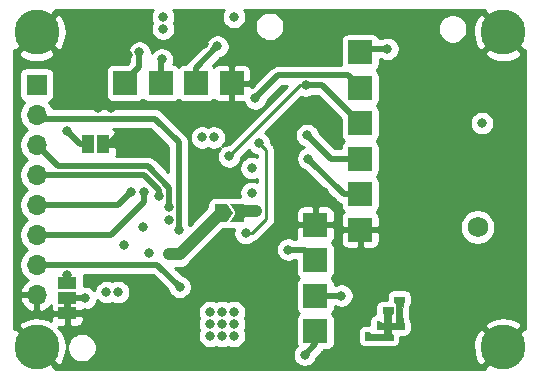
<source format=gbr>
%TF.GenerationSoftware,KiCad,Pcbnew,5.1.9*%
%TF.CreationDate,2021-02-20T15:12:24-08:00*%
%TF.ProjectId,Transmitter,5472616e-736d-4697-9474-65722e6b6963,rev?*%
%TF.SameCoordinates,Original*%
%TF.FileFunction,Copper,L4,Bot*%
%TF.FilePolarity,Positive*%
%FSLAX46Y46*%
G04 Gerber Fmt 4.6, Leading zero omitted, Abs format (unit mm)*
G04 Created by KiCad (PCBNEW 5.1.9) date 2021-02-20 15:12:24*
%MOMM*%
%LPD*%
G01*
G04 APERTURE LIST*
%TA.AperFunction,EtchedComponent*%
%ADD10C,0.010000*%
%TD*%
%TA.AperFunction,EtchedComponent*%
%ADD11C,0.100000*%
%TD*%
%TA.AperFunction,SMDPad,CuDef*%
%ADD12C,0.100000*%
%TD*%
%TA.AperFunction,ComponentPad*%
%ADD13C,1.750000*%
%TD*%
%TA.AperFunction,ComponentPad*%
%ADD14C,3.800000*%
%TD*%
%TA.AperFunction,SMDPad,CuDef*%
%ADD15R,2.000000X2.000000*%
%TD*%
%TA.AperFunction,ComponentPad*%
%ADD16O,1.700000X1.700000*%
%TD*%
%TA.AperFunction,ComponentPad*%
%ADD17R,1.700000X1.700000*%
%TD*%
%TA.AperFunction,SMDPad,CuDef*%
%ADD18R,1.500000X1.000000*%
%TD*%
%TA.AperFunction,SMDPad,CuDef*%
%ADD19R,1.000000X1.500000*%
%TD*%
%TA.AperFunction,ViaPad*%
%ADD20C,0.800000*%
%TD*%
%TA.AperFunction,Conductor*%
%ADD21C,0.500000*%
%TD*%
%TA.AperFunction,Conductor*%
%ADD22C,1.000000*%
%TD*%
%TA.AperFunction,Conductor*%
%ADD23C,0.250000*%
%TD*%
%TA.AperFunction,Conductor*%
%ADD24C,0.254000*%
%TD*%
%TA.AperFunction,Conductor*%
%ADD25C,0.100000*%
%TD*%
G04 APERTURE END LIST*
D10*
%TO.C,G\u002A\u002A\u002A*%
G36*
X104565200Y-96939600D02*
G01*
X104573358Y-97099331D01*
X104601601Y-97177346D01*
X104641400Y-97193600D01*
X104669636Y-97206742D01*
X104690086Y-97255073D01*
X104703930Y-97351942D01*
X104712344Y-97510702D01*
X104716508Y-97744704D01*
X104717600Y-98057200D01*
X104717600Y-98920800D01*
X104311200Y-98920800D01*
X104311200Y-98514400D01*
X104313322Y-98311914D01*
X104323091Y-98190559D01*
X104345619Y-98129898D01*
X104386013Y-98109495D01*
X104412800Y-98108000D01*
X104473741Y-98094627D01*
X104504134Y-98037865D01*
X104513966Y-97912749D01*
X104514400Y-97854000D01*
X104514400Y-97600000D01*
X103600000Y-97600000D01*
X103600000Y-97854000D01*
X103608158Y-98013731D01*
X103636401Y-98091746D01*
X103676200Y-98108000D01*
X103715298Y-98127141D01*
X103738762Y-98196593D01*
X103749975Y-98334395D01*
X103752400Y-98514400D01*
X103752400Y-98920800D01*
X103600000Y-98920800D01*
X103479009Y-98898081D01*
X103447600Y-98844600D01*
X103409045Y-98788241D01*
X103285994Y-98768537D01*
X103269800Y-98768400D01*
X103092000Y-98768400D01*
X103092000Y-99428800D01*
X103752400Y-99428800D01*
X103752400Y-99835200D01*
X103117400Y-99835200D01*
X102848410Y-99833401D01*
X102665695Y-99826782D01*
X102553976Y-99813511D01*
X102497972Y-99791752D01*
X102482404Y-99759672D01*
X102482400Y-99759000D01*
X102443845Y-99702641D01*
X102320794Y-99682937D01*
X102304600Y-99682800D01*
X102126800Y-99682800D01*
X102126800Y-100343200D01*
X104463600Y-100343200D01*
X104463600Y-100089200D01*
X104455443Y-99929468D01*
X104427200Y-99851453D01*
X104387400Y-99835200D01*
X104334416Y-99801646D01*
X104312583Y-99690418D01*
X104311200Y-99632000D01*
X104311200Y-99428800D01*
X105428800Y-99428800D01*
X105428800Y-99174800D01*
X105420643Y-99015068D01*
X105392400Y-98937053D01*
X105352600Y-98920800D01*
X105324365Y-98907657D01*
X105303915Y-98859326D01*
X105290071Y-98762457D01*
X105281657Y-98603697D01*
X105277493Y-98369695D01*
X105276400Y-98057200D01*
X105277560Y-97737199D01*
X105281825Y-97505428D01*
X105290372Y-97348535D01*
X105304380Y-97253169D01*
X105325027Y-97205977D01*
X105352600Y-97193600D01*
X105400520Y-97166408D01*
X105423924Y-97072263D01*
X105428800Y-96939600D01*
X105428800Y-96685600D01*
X104565200Y-96685600D01*
X104565200Y-96939600D01*
G37*
X104565200Y-96939600D02*
X104573358Y-97099331D01*
X104601601Y-97177346D01*
X104641400Y-97193600D01*
X104669636Y-97206742D01*
X104690086Y-97255073D01*
X104703930Y-97351942D01*
X104712344Y-97510702D01*
X104716508Y-97744704D01*
X104717600Y-98057200D01*
X104717600Y-98920800D01*
X104311200Y-98920800D01*
X104311200Y-98514400D01*
X104313322Y-98311914D01*
X104323091Y-98190559D01*
X104345619Y-98129898D01*
X104386013Y-98109495D01*
X104412800Y-98108000D01*
X104473741Y-98094627D01*
X104504134Y-98037865D01*
X104513966Y-97912749D01*
X104514400Y-97854000D01*
X104514400Y-97600000D01*
X103600000Y-97600000D01*
X103600000Y-97854000D01*
X103608158Y-98013731D01*
X103636401Y-98091746D01*
X103676200Y-98108000D01*
X103715298Y-98127141D01*
X103738762Y-98196593D01*
X103749975Y-98334395D01*
X103752400Y-98514400D01*
X103752400Y-98920800D01*
X103600000Y-98920800D01*
X103479009Y-98898081D01*
X103447600Y-98844600D01*
X103409045Y-98788241D01*
X103285994Y-98768537D01*
X103269800Y-98768400D01*
X103092000Y-98768400D01*
X103092000Y-99428800D01*
X103752400Y-99428800D01*
X103752400Y-99835200D01*
X103117400Y-99835200D01*
X102848410Y-99833401D01*
X102665695Y-99826782D01*
X102553976Y-99813511D01*
X102497972Y-99791752D01*
X102482404Y-99759672D01*
X102482400Y-99759000D01*
X102443845Y-99702641D01*
X102320794Y-99682937D01*
X102304600Y-99682800D01*
X102126800Y-99682800D01*
X102126800Y-100343200D01*
X104463600Y-100343200D01*
X104463600Y-100089200D01*
X104455443Y-99929468D01*
X104427200Y-99851453D01*
X104387400Y-99835200D01*
X104334416Y-99801646D01*
X104312583Y-99690418D01*
X104311200Y-99632000D01*
X104311200Y-99428800D01*
X105428800Y-99428800D01*
X105428800Y-99174800D01*
X105420643Y-99015068D01*
X105392400Y-98937053D01*
X105352600Y-98920800D01*
X105324365Y-98907657D01*
X105303915Y-98859326D01*
X105290071Y-98762457D01*
X105281657Y-98603697D01*
X105277493Y-98369695D01*
X105276400Y-98057200D01*
X105277560Y-97737199D01*
X105281825Y-97505428D01*
X105290372Y-97348535D01*
X105304380Y-97253169D01*
X105325027Y-97205977D01*
X105352600Y-97193600D01*
X105400520Y-97166408D01*
X105423924Y-97072263D01*
X105428800Y-96939600D01*
X105428800Y-96685600D01*
X104565200Y-96685600D01*
X104565200Y-96939600D01*
D11*
%TO.C,S1*%
G36*
X77200000Y-97700000D02*
G01*
X77200000Y-97200000D01*
X76600000Y-97200000D01*
X76600000Y-97700000D01*
X77200000Y-97700000D01*
G37*
%TD*%
%TA.AperFunction,SMDPad,CuDef*%
D12*
%TO.P,CFG1,1*%
%TO.N,HSE_IN*%
G36*
X90900000Y-89600000D02*
G01*
X90400000Y-90350000D01*
X89400000Y-90350000D01*
X89400000Y-88850000D01*
X90400000Y-88850000D01*
X90900000Y-89600000D01*
G37*
%TD.AperFunction*%
%TA.AperFunction,SMDPad,CuDef*%
%TO.P,CFG1,2*%
%TO.N,Net-(CFG1-Pad2)*%
G36*
X91850000Y-90350000D02*
G01*
X90700000Y-90350000D01*
X91200000Y-89600000D01*
X90700000Y-88850000D01*
X91850000Y-88850000D01*
X91850000Y-90350000D01*
G37*
%TD.AperFunction*%
%TD*%
D13*
%TO.P,J1,1*%
%TO.N,Net-(J1-Pad1)*%
X111633000Y-90805000D03*
%TD*%
D14*
%TO.P,H1,1*%
%TO.N,GND*%
X74295000Y-74295000D03*
%TD*%
%TO.P,H2,1*%
%TO.N,GND*%
X74295000Y-100965000D03*
%TD*%
%TO.P,H3,1*%
%TO.N,GND*%
X113792000Y-74295000D03*
%TD*%
%TO.P,H4,1*%
%TO.N,GND*%
X113792000Y-100965000D03*
%TD*%
D15*
%TO.P,J3,4*%
%TO.N,GND*%
X97900000Y-90600000D03*
%TO.P,J3,3*%
%TO.N,USART2_TX*%
X97900000Y-93600000D03*
%TO.P,J3,2*%
%TO.N,USART2_RX*%
X97900000Y-96600000D03*
%TO.P,J3,1*%
%TO.N,+3V3*%
X97900000Y-99600000D03*
%TD*%
%TO.P,J5,4*%
%TO.N,GND*%
X90800000Y-78600000D03*
%TO.P,J5,3*%
%TO.N,I2C_SCL*%
X87800000Y-78600000D03*
%TO.P,J5,2*%
%TO.N,I2C_SDA*%
X84800000Y-78600000D03*
%TO.P,J5,1*%
%TO.N,+3V3*%
X81800000Y-78600000D03*
%TD*%
%TO.P,J6,6*%
%TO.N,GND*%
X101700000Y-91000000D03*
%TO.P,J6,5*%
%TO.N,CS*%
X101700000Y-88000000D03*
%TO.P,J6,4*%
%TO.N,SCK*%
X101700000Y-85000000D03*
%TO.P,J6,3*%
%TO.N,MISO*%
X101700000Y-82000000D03*
%TO.P,J6,2*%
%TO.N,MOSI*%
X101700000Y-79000000D03*
%TO.P,J6,1*%
%TO.N,+3V3*%
X101700000Y-76000000D03*
%TD*%
D16*
%TO.P,J7,8*%
%TO.N,GND*%
X74295000Y-96520000D03*
%TO.P,J7,7*%
%TO.N,SYS_WAKEUP*%
X74295000Y-93980000D03*
%TO.P,J7,6*%
%TO.N,USART2_CTS*%
X74295000Y-91440000D03*
%TO.P,J7,5*%
%TO.N,USART2_RTS*%
X74295000Y-88900000D03*
%TO.P,J7,4*%
%TO.N,ADC_9*%
X74295000Y-86360000D03*
%TO.P,J7,3*%
%TO.N,ADC_8*%
X74295000Y-83820000D03*
%TO.P,J7,2*%
%TO.N,ADC_1*%
X74295000Y-81280000D03*
D17*
%TO.P,J7,1*%
%TO.N,+3V3*%
X74295000Y-78740000D03*
%TD*%
D18*
%TO.P,S1,2*%
%TO.N,Net-(R9-Pad1)*%
X76900000Y-96800000D03*
%TO.P,S1,3*%
%TO.N,+3V3*%
X76900000Y-95500000D03*
%TO.P,S1,1*%
%TO.N,GND*%
X76900000Y-98100000D03*
%TD*%
D19*
%TO.P,S2,1*%
%TO.N,NRST*%
X78650000Y-83800000D03*
%TO.P,S2,2*%
%TO.N,GND*%
X79950000Y-83800000D03*
%TD*%
D20*
%TO.N,+3V3*%
X91000000Y-98000000D03*
X91000000Y-99000000D03*
X91000000Y-100000000D03*
X90000000Y-100000000D03*
X90000000Y-99000000D03*
X90000000Y-98000000D03*
X89000000Y-98000000D03*
X89000000Y-99000000D03*
X89000000Y-100000000D03*
X112000000Y-82000000D03*
X83000000Y-76000000D03*
X85000000Y-74000000D03*
X85000000Y-73000000D03*
X91000000Y-73000000D03*
X88300000Y-83200000D03*
X89300000Y-83200000D03*
X80200000Y-96300000D03*
X81200000Y-96300000D03*
X92500000Y-85800000D03*
X76900000Y-94830000D03*
X104000000Y-75700000D03*
X97000000Y-101600000D03*
%TO.N,GND*%
X109105000Y-94179000D03*
X110105000Y-94179000D03*
X111105000Y-94179000D03*
X112105000Y-94179000D03*
X114100000Y-94200000D03*
X113105000Y-94179000D03*
X115100000Y-94200000D03*
X115100000Y-94200000D03*
X115100000Y-98200000D03*
X113105000Y-98179000D03*
X114100000Y-98200000D03*
X109105000Y-95179000D03*
X110105000Y-95179000D03*
X111105000Y-95179000D03*
X112105000Y-95179000D03*
X113105000Y-95179000D03*
X114100000Y-95200000D03*
X114100000Y-95200000D03*
X115100000Y-95200000D03*
X115100000Y-96200000D03*
X115100000Y-97200000D03*
X114100000Y-96200000D03*
X114100000Y-97200000D03*
X113105000Y-97179000D03*
X113105000Y-97179000D03*
X112105000Y-96179000D03*
X113105000Y-96179000D03*
X112105000Y-97179000D03*
X112105000Y-98179000D03*
X111105000Y-102179000D03*
X111105000Y-101179000D03*
X111105000Y-100179000D03*
X111105000Y-99179000D03*
X111105000Y-98179000D03*
X111105000Y-97179000D03*
X111105000Y-96179000D03*
X110105000Y-96179000D03*
X110105000Y-97179000D03*
X110105000Y-98179000D03*
X110105000Y-99179000D03*
X110105000Y-101179000D03*
X110105000Y-100179000D03*
X110105000Y-102179000D03*
X109105000Y-102179000D03*
X109105000Y-101179000D03*
X109105000Y-100179000D03*
X109105000Y-99179000D03*
X109105000Y-98179000D03*
X109105000Y-97179000D03*
X109105000Y-96179000D03*
X82000000Y-76200000D03*
X88500000Y-75300000D03*
X86400000Y-81600000D03*
X86400000Y-80600000D03*
X87400000Y-80600000D03*
X80700000Y-76200000D03*
X79500000Y-80750000D03*
X80600000Y-80750000D03*
X88900000Y-86600000D03*
X81300000Y-82900000D03*
X78358002Y-98100000D03*
X97500000Y-87800000D03*
X98600000Y-87800000D03*
X98700000Y-82500000D03*
X97800000Y-81400000D03*
%TO.N,HSE_IN*%
X85500000Y-93100000D03*
%TO.N,Net-(CFG1-Pad2)*%
X92900000Y-89400000D03*
%TO.N,USART2_TX*%
X83300000Y-90800000D03*
X95600000Y-92700000D03*
%TO.N,USART2_RX*%
X81700000Y-92300000D03*
X100100000Y-96600000D03*
%TO.N,I2C_SDA*%
X84900000Y-76600000D03*
%TO.N,I2C_SCL*%
X89600000Y-75500000D03*
%TO.N,MOSI*%
X92800000Y-79900000D03*
%TO.N,MISO*%
X90595010Y-84800000D03*
X97100000Y-78800000D03*
%TO.N,SCK*%
X97200000Y-83000000D03*
%TO.N,CS*%
X92000000Y-91300000D03*
X93134998Y-83700000D03*
X97300000Y-85000000D03*
%TO.N,ADC_1*%
X86323959Y-91073959D03*
%TO.N,ADC_8*%
X85473959Y-89100000D03*
%TO.N,ADC_9*%
X84700000Y-88200000D03*
%TO.N,USART2_RTS*%
X82300000Y-87800000D03*
%TO.N,USART2_CTS*%
X83400000Y-87800000D03*
%TO.N,SYS_WAKEUP*%
X86414352Y-95862000D03*
%TO.N,RST*%
X92500000Y-87900000D03*
X85473959Y-90200000D03*
%TO.N,NRST*%
X83800000Y-93000000D03*
X76900000Y-82700000D03*
%TO.N,Net-(R9-Pad1)*%
X78400000Y-96800000D03*
%TD*%
D21*
%TO.N,+3V3*%
X76900000Y-95500000D02*
X76900000Y-94830000D01*
X102000000Y-75700000D02*
X101700000Y-76000000D01*
X104000000Y-75700000D02*
X102000000Y-75700000D01*
X83000000Y-77200000D02*
X83000000Y-76000000D01*
X81800000Y-78400000D02*
X83000000Y-77200000D01*
X97900000Y-100700000D02*
X97000000Y-101600000D01*
X97900000Y-99600000D02*
X97900000Y-100700000D01*
%TO.N,GND*%
X78358002Y-98100000D02*
X78358002Y-98100000D01*
X78358002Y-98100000D02*
X76900000Y-98100000D01*
X80400000Y-83800000D02*
X81300000Y-82900000D01*
X79950000Y-83800000D02*
X80400000Y-83800000D01*
D22*
%TO.N,HSE_IN*%
X86400000Y-93100000D02*
X89900000Y-89600000D01*
X85500000Y-93100000D02*
X86400000Y-93100000D01*
%TO.N,Net-(CFG1-Pad2)*%
X91800010Y-89400000D02*
X91600010Y-89600000D01*
X92900000Y-89400000D02*
X91800010Y-89400000D01*
D21*
%TO.N,USART2_TX*%
X97000000Y-92700000D02*
X97900000Y-93600000D01*
X95600000Y-92700000D02*
X97000000Y-92700000D01*
%TO.N,USART2_RX*%
X100100000Y-96600000D02*
X97900000Y-96600000D01*
%TO.N,I2C_SDA*%
X84800000Y-76700000D02*
X84900000Y-76600000D01*
X84800000Y-78400000D02*
X84800000Y-76700000D01*
%TO.N,I2C_SCL*%
X87800000Y-77300000D02*
X89600000Y-75500000D01*
X87800000Y-78400000D02*
X87800000Y-77300000D01*
%TO.N,MOSI*%
X94750001Y-77949999D02*
X92800000Y-79900000D01*
X100649999Y-77949999D02*
X94750001Y-77949999D01*
X101700000Y-79000000D02*
X100649999Y-77949999D01*
D23*
%TO.N,MISO*%
X96595010Y-78800000D02*
X97100000Y-78800000D01*
X90595010Y-84800000D02*
X96595010Y-78800000D01*
D21*
X98500000Y-78800000D02*
X101700000Y-82000000D01*
X97100000Y-78800000D02*
X98500000Y-78800000D01*
%TO.N,SCK*%
X99200000Y-85000000D02*
X97200000Y-83000000D01*
X101700000Y-85000000D02*
X99200000Y-85000000D01*
D23*
%TO.N,CS*%
X93725010Y-84290012D02*
X93134998Y-83700000D01*
X93725010Y-90140675D02*
X93725010Y-84290012D01*
X92565685Y-91300000D02*
X93725010Y-90140675D01*
X92000000Y-91300000D02*
X92565685Y-91300000D01*
D21*
X100300000Y-88000000D02*
X97300000Y-85000000D01*
X101700000Y-88000000D02*
X100300000Y-88000000D01*
%TO.N,ADC_1*%
X74615001Y-81600001D02*
X74295000Y-81280000D01*
X84300001Y-81600001D02*
X74615001Y-81600001D01*
X86323959Y-83623959D02*
X84300001Y-81600001D01*
X86323959Y-91073959D02*
X86323959Y-83623959D01*
%TO.N,ADC_8*%
X85550001Y-88749999D02*
X85550001Y-87494354D01*
X85473959Y-88826041D02*
X85550001Y-88749999D01*
X85473959Y-89100000D02*
X85473959Y-88826041D01*
X85550001Y-87494354D02*
X83715638Y-85659990D01*
X76134990Y-85659990D02*
X74295000Y-83820000D01*
X83715638Y-85659990D02*
X76134990Y-85659990D01*
%TO.N,ADC_9*%
X83425685Y-86360000D02*
X74295000Y-86360000D01*
X84700000Y-87634315D02*
X83425685Y-86360000D01*
X84700000Y-88200000D02*
X84700000Y-87634315D01*
%TO.N,USART2_RTS*%
X81200000Y-88900000D02*
X82300000Y-87800000D01*
X74295000Y-88900000D02*
X81200000Y-88900000D01*
%TO.N,USART2_CTS*%
X80625685Y-91440000D02*
X74295000Y-91440000D01*
X83400000Y-88665685D02*
X83400000Y-87800000D01*
X80625685Y-91440000D02*
X83400000Y-88665685D01*
%TO.N,SYS_WAKEUP*%
X84532352Y-93980000D02*
X74295000Y-93980000D01*
X86414352Y-95862000D02*
X84532352Y-93980000D01*
%TO.N,NRST*%
X78000000Y-83800000D02*
X76900000Y-82700000D01*
X78650000Y-83800000D02*
X78000000Y-83800000D01*
%TO.N,Net-(R9-Pad1)*%
X78400000Y-96800000D02*
X76900000Y-96800000D01*
%TD*%
D24*
%TO.N,GND*%
X84082795Y-72509744D02*
X84004774Y-72698102D01*
X83965000Y-72898061D01*
X83965000Y-73101939D01*
X84004774Y-73301898D01*
X84082795Y-73490256D01*
X84089306Y-73500000D01*
X84082795Y-73509744D01*
X84004774Y-73698102D01*
X83965000Y-73898061D01*
X83965000Y-74101939D01*
X84004774Y-74301898D01*
X84082795Y-74490256D01*
X84196063Y-74659774D01*
X84340226Y-74803937D01*
X84509744Y-74917205D01*
X84698102Y-74995226D01*
X84898061Y-75035000D01*
X85101939Y-75035000D01*
X85301898Y-74995226D01*
X85490256Y-74917205D01*
X85659774Y-74803937D01*
X85803937Y-74659774D01*
X85917205Y-74490256D01*
X85995226Y-74301898D01*
X86035000Y-74101939D01*
X86035000Y-73898061D01*
X85995226Y-73698102D01*
X85917205Y-73509744D01*
X85910694Y-73500000D01*
X85917205Y-73490256D01*
X85995226Y-73301898D01*
X86035000Y-73101939D01*
X86035000Y-72898061D01*
X85995226Y-72698102D01*
X85917205Y-72509744D01*
X85853899Y-72415000D01*
X90146101Y-72415000D01*
X90082795Y-72509744D01*
X90004774Y-72698102D01*
X89965000Y-72898061D01*
X89965000Y-73101939D01*
X90004774Y-73301898D01*
X90082795Y-73490256D01*
X90196063Y-73659774D01*
X90340226Y-73803937D01*
X90509744Y-73917205D01*
X90698102Y-73995226D01*
X90898061Y-74035000D01*
X91101939Y-74035000D01*
X91301898Y-73995226D01*
X91490256Y-73917205D01*
X91659774Y-73803937D01*
X91786821Y-73676890D01*
X92774048Y-73676890D01*
X92774048Y-73923110D01*
X92822083Y-74164598D01*
X92916307Y-74392074D01*
X93053099Y-74596798D01*
X93227202Y-74770901D01*
X93431926Y-74907693D01*
X93659402Y-75001917D01*
X93900890Y-75049952D01*
X94147110Y-75049952D01*
X94388598Y-75001917D01*
X94616074Y-74907693D01*
X94820798Y-74770901D01*
X94994901Y-74596798D01*
X95131693Y-74392074D01*
X95225917Y-74164598D01*
X95273952Y-73923110D01*
X95273952Y-73876890D01*
X108274048Y-73876890D01*
X108274048Y-74123110D01*
X108322083Y-74364598D01*
X108416307Y-74592074D01*
X108553099Y-74796798D01*
X108727202Y-74970901D01*
X108931926Y-75107693D01*
X109159402Y-75201917D01*
X109400890Y-75249952D01*
X109647110Y-75249952D01*
X109888598Y-75201917D01*
X110116074Y-75107693D01*
X110320798Y-74970901D01*
X110494901Y-74796798D01*
X110631693Y-74592074D01*
X110725917Y-74364598D01*
X110734386Y-74322021D01*
X111244877Y-74322021D01*
X111299091Y-74818422D01*
X111449106Y-75294707D01*
X111659133Y-75687638D01*
X112015651Y-75891744D01*
X113612395Y-74295000D01*
X112015651Y-72698256D01*
X111659133Y-72902362D01*
X111428425Y-73345223D01*
X111288548Y-73824583D01*
X111244877Y-74322021D01*
X110734386Y-74322021D01*
X110773952Y-74123110D01*
X110773952Y-73876890D01*
X110725917Y-73635402D01*
X110631693Y-73407926D01*
X110494901Y-73203202D01*
X110320798Y-73029099D01*
X110116074Y-72892307D01*
X109888598Y-72798083D01*
X109647110Y-72750048D01*
X109400890Y-72750048D01*
X109159402Y-72798083D01*
X108931926Y-72892307D01*
X108727202Y-73029099D01*
X108553099Y-73203202D01*
X108416307Y-73407926D01*
X108322083Y-73635402D01*
X108274048Y-73876890D01*
X95273952Y-73876890D01*
X95273952Y-73676890D01*
X95225917Y-73435402D01*
X95131693Y-73207926D01*
X94994901Y-73003202D01*
X94820798Y-72829099D01*
X94616074Y-72692307D01*
X94388598Y-72598083D01*
X94147110Y-72550048D01*
X93900890Y-72550048D01*
X93659402Y-72598083D01*
X93431926Y-72692307D01*
X93227202Y-72829099D01*
X93053099Y-73003202D01*
X92916307Y-73207926D01*
X92822083Y-73435402D01*
X92774048Y-73676890D01*
X91786821Y-73676890D01*
X91803937Y-73659774D01*
X91917205Y-73490256D01*
X91995226Y-73301898D01*
X92035000Y-73101939D01*
X92035000Y-72898061D01*
X91995226Y-72698102D01*
X91917205Y-72509744D01*
X91853899Y-72415000D01*
X112254596Y-72415000D01*
X112195256Y-72518651D01*
X113792000Y-74115395D01*
X113806143Y-74101253D01*
X113985748Y-74280858D01*
X113971605Y-74295000D01*
X115568349Y-75891744D01*
X115672001Y-75832403D01*
X115672000Y-99427596D01*
X115568349Y-99368256D01*
X113971605Y-100965000D01*
X113985748Y-100979143D01*
X113806143Y-101158748D01*
X113792000Y-101144605D01*
X112195256Y-102741349D01*
X112254596Y-102845000D01*
X75832404Y-102845000D01*
X75891744Y-102741349D01*
X74295000Y-101144605D01*
X74280858Y-101158748D01*
X74101253Y-100979143D01*
X74115395Y-100965000D01*
X72518651Y-99368256D01*
X72415000Y-99427596D01*
X72415000Y-99188651D01*
X72698256Y-99188651D01*
X74295000Y-100785395D01*
X74309143Y-100771253D01*
X74488748Y-100950858D01*
X74474605Y-100965000D01*
X76071349Y-102561744D01*
X76427867Y-102357638D01*
X76658575Y-101914777D01*
X76798452Y-101435417D01*
X76842123Y-100937979D01*
X76835452Y-100876890D01*
X76874048Y-100876890D01*
X76874048Y-101123110D01*
X76922083Y-101364598D01*
X77016307Y-101592074D01*
X77153099Y-101796798D01*
X77327202Y-101970901D01*
X77531926Y-102107693D01*
X77759402Y-102201917D01*
X78000890Y-102249952D01*
X78247110Y-102249952D01*
X78488598Y-102201917D01*
X78716074Y-102107693D01*
X78920798Y-101970901D01*
X79094901Y-101796798D01*
X79231693Y-101592074D01*
X79325917Y-101364598D01*
X79373952Y-101123110D01*
X79373952Y-100876890D01*
X79325917Y-100635402D01*
X79231693Y-100407926D01*
X79094901Y-100203202D01*
X78920798Y-100029099D01*
X78716074Y-99892307D01*
X78488598Y-99798083D01*
X78247110Y-99750048D01*
X78000890Y-99750048D01*
X77759402Y-99798083D01*
X77531926Y-99892307D01*
X77327202Y-100029099D01*
X77153099Y-100203202D01*
X77016307Y-100407926D01*
X76922083Y-100635402D01*
X76874048Y-100876890D01*
X76835452Y-100876890D01*
X76787909Y-100441578D01*
X76637894Y-99965293D01*
X76427867Y-99572362D01*
X76071351Y-99368257D01*
X76185558Y-99254050D01*
X76169451Y-99237943D01*
X76614250Y-99235000D01*
X76773000Y-99076250D01*
X76773000Y-98335000D01*
X77027000Y-98335000D01*
X77027000Y-99076250D01*
X77185750Y-99235000D01*
X77650000Y-99238072D01*
X77774482Y-99225812D01*
X77894180Y-99189502D01*
X78004494Y-99130537D01*
X78101185Y-99051185D01*
X78180537Y-98954494D01*
X78239502Y-98844180D01*
X78275812Y-98724482D01*
X78288072Y-98600000D01*
X78285000Y-98385750D01*
X78126250Y-98227000D01*
X77553740Y-98227000D01*
X77597737Y-98191117D01*
X77644286Y-98153690D01*
X77645717Y-98151985D01*
X77647443Y-98150577D01*
X77685539Y-98104527D01*
X77723947Y-98058754D01*
X77725020Y-98056802D01*
X77726439Y-98055087D01*
X77754851Y-98002539D01*
X77771091Y-97973000D01*
X78126250Y-97973000D01*
X78201189Y-97898061D01*
X87965000Y-97898061D01*
X87965000Y-98101939D01*
X88004774Y-98301898D01*
X88082795Y-98490256D01*
X88089306Y-98500000D01*
X88082795Y-98509744D01*
X88004774Y-98698102D01*
X87965000Y-98898061D01*
X87965000Y-99101939D01*
X88004774Y-99301898D01*
X88082795Y-99490256D01*
X88089306Y-99500000D01*
X88082795Y-99509744D01*
X88004774Y-99698102D01*
X87965000Y-99898061D01*
X87965000Y-100101939D01*
X88004774Y-100301898D01*
X88082795Y-100490256D01*
X88196063Y-100659774D01*
X88340226Y-100803937D01*
X88509744Y-100917205D01*
X88698102Y-100995226D01*
X88898061Y-101035000D01*
X89101939Y-101035000D01*
X89301898Y-100995226D01*
X89490256Y-100917205D01*
X89500000Y-100910694D01*
X89509744Y-100917205D01*
X89698102Y-100995226D01*
X89898061Y-101035000D01*
X90101939Y-101035000D01*
X90301898Y-100995226D01*
X90490256Y-100917205D01*
X90500000Y-100910694D01*
X90509744Y-100917205D01*
X90698102Y-100995226D01*
X90898061Y-101035000D01*
X91101939Y-101035000D01*
X91301898Y-100995226D01*
X91490256Y-100917205D01*
X91659774Y-100803937D01*
X91803937Y-100659774D01*
X91917205Y-100490256D01*
X91995226Y-100301898D01*
X92035000Y-100101939D01*
X92035000Y-99898061D01*
X91995226Y-99698102D01*
X91917205Y-99509744D01*
X91910694Y-99500000D01*
X91917205Y-99490256D01*
X91995226Y-99301898D01*
X92035000Y-99101939D01*
X92035000Y-98898061D01*
X91995226Y-98698102D01*
X91917205Y-98509744D01*
X91910694Y-98500000D01*
X91917205Y-98490256D01*
X91995226Y-98301898D01*
X92035000Y-98101939D01*
X92035000Y-97898061D01*
X91995226Y-97698102D01*
X91917205Y-97509744D01*
X91803937Y-97340226D01*
X91659774Y-97196063D01*
X91490256Y-97082795D01*
X91301898Y-97004774D01*
X91101939Y-96965000D01*
X90898061Y-96965000D01*
X90698102Y-97004774D01*
X90509744Y-97082795D01*
X90500000Y-97089306D01*
X90490256Y-97082795D01*
X90301898Y-97004774D01*
X90101939Y-96965000D01*
X89898061Y-96965000D01*
X89698102Y-97004774D01*
X89509744Y-97082795D01*
X89500000Y-97089306D01*
X89490256Y-97082795D01*
X89301898Y-97004774D01*
X89101939Y-96965000D01*
X88898061Y-96965000D01*
X88698102Y-97004774D01*
X88509744Y-97082795D01*
X88340226Y-97196063D01*
X88196063Y-97340226D01*
X88082795Y-97509744D01*
X88004774Y-97698102D01*
X87965000Y-97898061D01*
X78201189Y-97898061D01*
X78269860Y-97829390D01*
X78298061Y-97835000D01*
X78501939Y-97835000D01*
X78701898Y-97795226D01*
X78890256Y-97717205D01*
X79059774Y-97603937D01*
X79203937Y-97459774D01*
X79317205Y-97290256D01*
X79395226Y-97101898D01*
X79418945Y-96982656D01*
X79540226Y-97103937D01*
X79709744Y-97217205D01*
X79898102Y-97295226D01*
X80098061Y-97335000D01*
X80301939Y-97335000D01*
X80501898Y-97295226D01*
X80690256Y-97217205D01*
X80700000Y-97210694D01*
X80709744Y-97217205D01*
X80898102Y-97295226D01*
X81098061Y-97335000D01*
X81301939Y-97335000D01*
X81501898Y-97295226D01*
X81690256Y-97217205D01*
X81859774Y-97103937D01*
X82003937Y-96959774D01*
X82117205Y-96790256D01*
X82195226Y-96601898D01*
X82235000Y-96401939D01*
X82235000Y-96198061D01*
X82195226Y-95998102D01*
X82117205Y-95809744D01*
X82003937Y-95640226D01*
X81859774Y-95496063D01*
X81690256Y-95382795D01*
X81501898Y-95304774D01*
X81301939Y-95265000D01*
X81098061Y-95265000D01*
X80898102Y-95304774D01*
X80709744Y-95382795D01*
X80700000Y-95389306D01*
X80690256Y-95382795D01*
X80501898Y-95304774D01*
X80301939Y-95265000D01*
X80098061Y-95265000D01*
X79898102Y-95304774D01*
X79709744Y-95382795D01*
X79540226Y-95496063D01*
X79396063Y-95640226D01*
X79282795Y-95809744D01*
X79204774Y-95998102D01*
X79181055Y-96117344D01*
X79059774Y-95996063D01*
X78890256Y-95882795D01*
X78701898Y-95804774D01*
X78501939Y-95765000D01*
X78298061Y-95765000D01*
X78288072Y-95766987D01*
X78288072Y-95000000D01*
X78275812Y-94875518D01*
X78272621Y-94865000D01*
X84165774Y-94865000D01*
X85407817Y-96107044D01*
X85419126Y-96163898D01*
X85497147Y-96352256D01*
X85610415Y-96521774D01*
X85754578Y-96665937D01*
X85924096Y-96779205D01*
X86112454Y-96857226D01*
X86312413Y-96897000D01*
X86516291Y-96897000D01*
X86716250Y-96857226D01*
X86904608Y-96779205D01*
X87074126Y-96665937D01*
X87218289Y-96521774D01*
X87331557Y-96352256D01*
X87409578Y-96163898D01*
X87449352Y-95963939D01*
X87449352Y-95760061D01*
X87409578Y-95560102D01*
X87331557Y-95371744D01*
X87218289Y-95202226D01*
X87074126Y-95058063D01*
X86904608Y-94944795D01*
X86716250Y-94866774D01*
X86659396Y-94855465D01*
X86038930Y-94235000D01*
X86344249Y-94235000D01*
X86400000Y-94240491D01*
X86455751Y-94235000D01*
X86455752Y-94235000D01*
X86622499Y-94218577D01*
X86836447Y-94153676D01*
X87033623Y-94048284D01*
X87206449Y-93906449D01*
X87241996Y-93863135D01*
X88507070Y-92598061D01*
X94565000Y-92598061D01*
X94565000Y-92801939D01*
X94604774Y-93001898D01*
X94682795Y-93190256D01*
X94796063Y-93359774D01*
X94940226Y-93503937D01*
X95109744Y-93617205D01*
X95298102Y-93695226D01*
X95498061Y-93735000D01*
X95701939Y-93735000D01*
X95901898Y-93695226D01*
X96090256Y-93617205D01*
X96138454Y-93585000D01*
X96261928Y-93585000D01*
X96261928Y-94600000D01*
X96274188Y-94724482D01*
X96310498Y-94844180D01*
X96369463Y-94954494D01*
X96448815Y-95051185D01*
X96508296Y-95100000D01*
X96448815Y-95148815D01*
X96369463Y-95245506D01*
X96310498Y-95355820D01*
X96274188Y-95475518D01*
X96261928Y-95600000D01*
X96261928Y-97600000D01*
X96274188Y-97724482D01*
X96310498Y-97844180D01*
X96369463Y-97954494D01*
X96448815Y-98051185D01*
X96508296Y-98100000D01*
X96448815Y-98148815D01*
X96369463Y-98245506D01*
X96310498Y-98355820D01*
X96274188Y-98475518D01*
X96261928Y-98600000D01*
X96261928Y-100600000D01*
X96274188Y-100724482D01*
X96306218Y-100830071D01*
X96196063Y-100940226D01*
X96082795Y-101109744D01*
X96004774Y-101298102D01*
X95965000Y-101498061D01*
X95965000Y-101701939D01*
X96004774Y-101901898D01*
X96082795Y-102090256D01*
X96196063Y-102259774D01*
X96340226Y-102403937D01*
X96509744Y-102517205D01*
X96698102Y-102595226D01*
X96898061Y-102635000D01*
X97101939Y-102635000D01*
X97301898Y-102595226D01*
X97490256Y-102517205D01*
X97659774Y-102403937D01*
X97803937Y-102259774D01*
X97917205Y-102090256D01*
X97995226Y-101901898D01*
X98006535Y-101845043D01*
X98495049Y-101356530D01*
X98528817Y-101328817D01*
X98558672Y-101292440D01*
X98603290Y-101238072D01*
X98900000Y-101238072D01*
X99024482Y-101225812D01*
X99144180Y-101189502D01*
X99254494Y-101130537D01*
X99351185Y-101051185D01*
X99399739Y-100992021D01*
X111244877Y-100992021D01*
X111299091Y-101488422D01*
X111449106Y-101964707D01*
X111659133Y-102357638D01*
X112015651Y-102561744D01*
X113612395Y-100965000D01*
X112015651Y-99368256D01*
X111659133Y-99572362D01*
X111428425Y-100015223D01*
X111288548Y-100494583D01*
X111244877Y-100992021D01*
X99399739Y-100992021D01*
X99430537Y-100954494D01*
X99489502Y-100844180D01*
X99525812Y-100724482D01*
X99538072Y-100600000D01*
X99538072Y-99682800D01*
X101486800Y-99682800D01*
X101486800Y-100343200D01*
X101492677Y-100403138D01*
X101498136Y-100463124D01*
X101498770Y-100465279D01*
X101498989Y-100467510D01*
X101516374Y-100525091D01*
X101533402Y-100582948D01*
X101534443Y-100584940D01*
X101535091Y-100587085D01*
X101563376Y-100640282D01*
X101591271Y-100693640D01*
X101592674Y-100695385D01*
X101593730Y-100697371D01*
X101631805Y-100744054D01*
X101669537Y-100790985D01*
X101671259Y-100792430D01*
X101672675Y-100794166D01*
X101719004Y-100832493D01*
X101765221Y-100871273D01*
X101767191Y-100872356D01*
X101768917Y-100873784D01*
X101821809Y-100902383D01*
X101874677Y-100931447D01*
X101876820Y-100932127D01*
X101878790Y-100933192D01*
X101936305Y-100950996D01*
X101993737Y-100969214D01*
X101995965Y-100969464D01*
X101998110Y-100970128D01*
X102057977Y-100976420D01*
X102117864Y-100983138D01*
X102122179Y-100983168D01*
X102122332Y-100983184D01*
X102122485Y-100983170D01*
X102126800Y-100983200D01*
X104463600Y-100983200D01*
X104523538Y-100977323D01*
X104583524Y-100971864D01*
X104585679Y-100971230D01*
X104587910Y-100971011D01*
X104645491Y-100953626D01*
X104703348Y-100936598D01*
X104705340Y-100935557D01*
X104707485Y-100934909D01*
X104760682Y-100906624D01*
X104814040Y-100878729D01*
X104815785Y-100877326D01*
X104817771Y-100876270D01*
X104864454Y-100838195D01*
X104911385Y-100800463D01*
X104912830Y-100798741D01*
X104914566Y-100797325D01*
X104952893Y-100750996D01*
X104991673Y-100704779D01*
X104992756Y-100702809D01*
X104994184Y-100701083D01*
X105022783Y-100648191D01*
X105051847Y-100595323D01*
X105052527Y-100593180D01*
X105053592Y-100591210D01*
X105071396Y-100533695D01*
X105089614Y-100476263D01*
X105089864Y-100474035D01*
X105090528Y-100471890D01*
X105096827Y-100411959D01*
X105103538Y-100352136D01*
X105103568Y-100347821D01*
X105103584Y-100347668D01*
X105103570Y-100347515D01*
X105103600Y-100343200D01*
X105103600Y-100089200D01*
X105102439Y-100077364D01*
X105102960Y-100068800D01*
X105428800Y-100068800D01*
X105488738Y-100062923D01*
X105548724Y-100057464D01*
X105550879Y-100056830D01*
X105553110Y-100056611D01*
X105610691Y-100039226D01*
X105668548Y-100022198D01*
X105670540Y-100021157D01*
X105672685Y-100020509D01*
X105725882Y-99992224D01*
X105779240Y-99964329D01*
X105780985Y-99962926D01*
X105782971Y-99961870D01*
X105829654Y-99923795D01*
X105876585Y-99886063D01*
X105878030Y-99884341D01*
X105879766Y-99882925D01*
X105918093Y-99836596D01*
X105956873Y-99790379D01*
X105957956Y-99788409D01*
X105959384Y-99786683D01*
X105987983Y-99733791D01*
X106017047Y-99680923D01*
X106017727Y-99678780D01*
X106018792Y-99676810D01*
X106036596Y-99619295D01*
X106054814Y-99561863D01*
X106055064Y-99559635D01*
X106055728Y-99557490D01*
X106062020Y-99497623D01*
X106068738Y-99437736D01*
X106068768Y-99433421D01*
X106068784Y-99433268D01*
X106068770Y-99433115D01*
X106068800Y-99428800D01*
X106068800Y-99188651D01*
X112195256Y-99188651D01*
X113792000Y-100785395D01*
X115388744Y-99188651D01*
X115184638Y-98832133D01*
X114741777Y-98601425D01*
X114262417Y-98461548D01*
X113764979Y-98417877D01*
X113268578Y-98472091D01*
X112792293Y-98622106D01*
X112399362Y-98832133D01*
X112195256Y-99188651D01*
X106068800Y-99188651D01*
X106068800Y-99174800D01*
X106067639Y-99162964D01*
X106068361Y-99151087D01*
X106067967Y-99142160D01*
X106059810Y-98982428D01*
X106055685Y-98954903D01*
X106054567Y-98927089D01*
X106046449Y-98893279D01*
X106041297Y-98858901D01*
X106031906Y-98832705D01*
X106025406Y-98805635D01*
X106022423Y-98797212D01*
X105994180Y-98719197D01*
X105988670Y-98707647D01*
X105985015Y-98695374D01*
X105961810Y-98651337D01*
X105940403Y-98606460D01*
X105932757Y-98596203D01*
X105926786Y-98584871D01*
X105921303Y-98578097D01*
X105917473Y-98362854D01*
X105916404Y-98057200D01*
X105917539Y-97744255D01*
X105921382Y-97535391D01*
X105940722Y-97503906D01*
X105971637Y-97455244D01*
X105973400Y-97450704D01*
X105975941Y-97446568D01*
X105995990Y-97392547D01*
X106016861Y-97338812D01*
X106017707Y-97334030D01*
X106019400Y-97329467D01*
X106021616Y-97320810D01*
X106045020Y-97226665D01*
X106053984Y-97165670D01*
X106063102Y-97104698D01*
X106063169Y-97103169D01*
X106063181Y-97103086D01*
X106063176Y-97102994D01*
X106063492Y-97095770D01*
X106068368Y-96963107D01*
X106067922Y-96955808D01*
X106068738Y-96948536D01*
X106068800Y-96939600D01*
X106068800Y-96685600D01*
X106062923Y-96625662D01*
X106057464Y-96565676D01*
X106056830Y-96563521D01*
X106056611Y-96561290D01*
X106039226Y-96503709D01*
X106022198Y-96445852D01*
X106021157Y-96443860D01*
X106020509Y-96441715D01*
X105992224Y-96388518D01*
X105964329Y-96335160D01*
X105962926Y-96333415D01*
X105961870Y-96331429D01*
X105923795Y-96284746D01*
X105886063Y-96237815D01*
X105884341Y-96236370D01*
X105882925Y-96234634D01*
X105836596Y-96196307D01*
X105790379Y-96157527D01*
X105788409Y-96156444D01*
X105786683Y-96155016D01*
X105733791Y-96126417D01*
X105680923Y-96097353D01*
X105678780Y-96096673D01*
X105676810Y-96095608D01*
X105619295Y-96077804D01*
X105561863Y-96059586D01*
X105559635Y-96059336D01*
X105557490Y-96058672D01*
X105497623Y-96052380D01*
X105437736Y-96045662D01*
X105433421Y-96045632D01*
X105433268Y-96045616D01*
X105433115Y-96045630D01*
X105428800Y-96045600D01*
X104565200Y-96045600D01*
X104505262Y-96051477D01*
X104445276Y-96056936D01*
X104443121Y-96057570D01*
X104440890Y-96057789D01*
X104383309Y-96075174D01*
X104325452Y-96092202D01*
X104323460Y-96093243D01*
X104321315Y-96093891D01*
X104268118Y-96122176D01*
X104214760Y-96150071D01*
X104213015Y-96151474D01*
X104211029Y-96152530D01*
X104164346Y-96190605D01*
X104117415Y-96228337D01*
X104115970Y-96230059D01*
X104114234Y-96231475D01*
X104075907Y-96277804D01*
X104037127Y-96324021D01*
X104036044Y-96325991D01*
X104034616Y-96327717D01*
X104006017Y-96380609D01*
X103976953Y-96433477D01*
X103976273Y-96435620D01*
X103975208Y-96437590D01*
X103957404Y-96495105D01*
X103939186Y-96552537D01*
X103938936Y-96554765D01*
X103938272Y-96556910D01*
X103931980Y-96616777D01*
X103925262Y-96676664D01*
X103925232Y-96680979D01*
X103925216Y-96681132D01*
X103925230Y-96681285D01*
X103925200Y-96685600D01*
X103925200Y-96939600D01*
X103926361Y-96951438D01*
X103925841Y-96960000D01*
X103600000Y-96960000D01*
X103540062Y-96965877D01*
X103480076Y-96971336D01*
X103477921Y-96971970D01*
X103475690Y-96972189D01*
X103418109Y-96989574D01*
X103360252Y-97006602D01*
X103358260Y-97007643D01*
X103356115Y-97008291D01*
X103302918Y-97036576D01*
X103249560Y-97064471D01*
X103247815Y-97065874D01*
X103245829Y-97066930D01*
X103199146Y-97105005D01*
X103152215Y-97142737D01*
X103150770Y-97144459D01*
X103149034Y-97145875D01*
X103110707Y-97192204D01*
X103071927Y-97238421D01*
X103070844Y-97240391D01*
X103069416Y-97242117D01*
X103040817Y-97295009D01*
X103011753Y-97347877D01*
X103011073Y-97350020D01*
X103010008Y-97351990D01*
X102992204Y-97409505D01*
X102973986Y-97466937D01*
X102973736Y-97469165D01*
X102973072Y-97471310D01*
X102966780Y-97531177D01*
X102960062Y-97591064D01*
X102960032Y-97595379D01*
X102960016Y-97595532D01*
X102960030Y-97595685D01*
X102960000Y-97600000D01*
X102960000Y-97854000D01*
X102961161Y-97865838D01*
X102960439Y-97877717D01*
X102960833Y-97886644D01*
X102968991Y-98046375D01*
X102973117Y-98073906D01*
X102974235Y-98101710D01*
X102982351Y-98135514D01*
X102982837Y-98138757D01*
X102972076Y-98139736D01*
X102969921Y-98140370D01*
X102967690Y-98140589D01*
X102910109Y-98157974D01*
X102852252Y-98175002D01*
X102850260Y-98176043D01*
X102848115Y-98176691D01*
X102794918Y-98204976D01*
X102741560Y-98232871D01*
X102739815Y-98234274D01*
X102737829Y-98235330D01*
X102691146Y-98273405D01*
X102644215Y-98311137D01*
X102642770Y-98312859D01*
X102641034Y-98314275D01*
X102602707Y-98360604D01*
X102563927Y-98406821D01*
X102562844Y-98408791D01*
X102561416Y-98410517D01*
X102532817Y-98463409D01*
X102503753Y-98516277D01*
X102503073Y-98518420D01*
X102502008Y-98520390D01*
X102484204Y-98577905D01*
X102465986Y-98635337D01*
X102465736Y-98637565D01*
X102465072Y-98639710D01*
X102458780Y-98699577D01*
X102452062Y-98759464D01*
X102452032Y-98763779D01*
X102452016Y-98763932D01*
X102452030Y-98764085D01*
X102452000Y-98768400D01*
X102452000Y-99055794D01*
X102421987Y-99050988D01*
X102378461Y-99048328D01*
X102335144Y-99043097D01*
X102326209Y-99042960D01*
X102310014Y-99042823D01*
X102309863Y-99042837D01*
X102304600Y-99042800D01*
X102126800Y-99042800D01*
X102066862Y-99048677D01*
X102006876Y-99054136D01*
X102004721Y-99054770D01*
X102002490Y-99054989D01*
X101944909Y-99072374D01*
X101887052Y-99089402D01*
X101885060Y-99090443D01*
X101882915Y-99091091D01*
X101829718Y-99119376D01*
X101776360Y-99147271D01*
X101774615Y-99148674D01*
X101772629Y-99149730D01*
X101725946Y-99187805D01*
X101679015Y-99225537D01*
X101677570Y-99227259D01*
X101675834Y-99228675D01*
X101637535Y-99274971D01*
X101598727Y-99321221D01*
X101597644Y-99323191D01*
X101596216Y-99324917D01*
X101567617Y-99377809D01*
X101538553Y-99430677D01*
X101537873Y-99432820D01*
X101536808Y-99434790D01*
X101519004Y-99492305D01*
X101500786Y-99549737D01*
X101500536Y-99551965D01*
X101499872Y-99554110D01*
X101493580Y-99613977D01*
X101486862Y-99673864D01*
X101486832Y-99678179D01*
X101486816Y-99678332D01*
X101486830Y-99678485D01*
X101486800Y-99682800D01*
X99538072Y-99682800D01*
X99538072Y-98600000D01*
X99525812Y-98475518D01*
X99489502Y-98355820D01*
X99430537Y-98245506D01*
X99351185Y-98148815D01*
X99291704Y-98100000D01*
X99351185Y-98051185D01*
X99430537Y-97954494D01*
X99489502Y-97844180D01*
X99525812Y-97724482D01*
X99538072Y-97600000D01*
X99538072Y-97485000D01*
X99561546Y-97485000D01*
X99609744Y-97517205D01*
X99798102Y-97595226D01*
X99998061Y-97635000D01*
X100201939Y-97635000D01*
X100401898Y-97595226D01*
X100590256Y-97517205D01*
X100759774Y-97403937D01*
X100903937Y-97259774D01*
X101017205Y-97090256D01*
X101095226Y-96901898D01*
X101135000Y-96701939D01*
X101135000Y-96498061D01*
X101095226Y-96298102D01*
X101017205Y-96109744D01*
X100903937Y-95940226D01*
X100759774Y-95796063D01*
X100590256Y-95682795D01*
X100401898Y-95604774D01*
X100201939Y-95565000D01*
X99998061Y-95565000D01*
X99798102Y-95604774D01*
X99609744Y-95682795D01*
X99561546Y-95715000D01*
X99538072Y-95715000D01*
X99538072Y-95600000D01*
X99525812Y-95475518D01*
X99489502Y-95355820D01*
X99430537Y-95245506D01*
X99351185Y-95148815D01*
X99291704Y-95100000D01*
X99351185Y-95051185D01*
X99430537Y-94954494D01*
X99489502Y-94844180D01*
X99525812Y-94724482D01*
X99538072Y-94600000D01*
X99538072Y-92600000D01*
X99525812Y-92475518D01*
X99489502Y-92355820D01*
X99430537Y-92245506D01*
X99351185Y-92148815D01*
X99291704Y-92100000D01*
X99351185Y-92051185D01*
X99393191Y-92000000D01*
X100061928Y-92000000D01*
X100074188Y-92124482D01*
X100110498Y-92244180D01*
X100169463Y-92354494D01*
X100248815Y-92451185D01*
X100345506Y-92530537D01*
X100455820Y-92589502D01*
X100575518Y-92625812D01*
X100700000Y-92638072D01*
X101414250Y-92635000D01*
X101573000Y-92476250D01*
X101573000Y-91127000D01*
X101827000Y-91127000D01*
X101827000Y-92476250D01*
X101985750Y-92635000D01*
X102700000Y-92638072D01*
X102824482Y-92625812D01*
X102944180Y-92589502D01*
X103054494Y-92530537D01*
X103151185Y-92451185D01*
X103230537Y-92354494D01*
X103289502Y-92244180D01*
X103325812Y-92124482D01*
X103338072Y-92000000D01*
X103335000Y-91285750D01*
X103176250Y-91127000D01*
X101827000Y-91127000D01*
X101573000Y-91127000D01*
X100223750Y-91127000D01*
X100065000Y-91285750D01*
X100061928Y-92000000D01*
X99393191Y-92000000D01*
X99430537Y-91954494D01*
X99489502Y-91844180D01*
X99525812Y-91724482D01*
X99538072Y-91600000D01*
X99535000Y-90885750D01*
X99376250Y-90727000D01*
X98027000Y-90727000D01*
X98027000Y-90747000D01*
X97773000Y-90747000D01*
X97773000Y-90727000D01*
X96423750Y-90727000D01*
X96265000Y-90885750D01*
X96261928Y-91600000D01*
X96274188Y-91724482D01*
X96301646Y-91815000D01*
X96138454Y-91815000D01*
X96090256Y-91782795D01*
X95901898Y-91704774D01*
X95701939Y-91665000D01*
X95498061Y-91665000D01*
X95298102Y-91704774D01*
X95109744Y-91782795D01*
X94940226Y-91896063D01*
X94796063Y-92040226D01*
X94682795Y-92209744D01*
X94604774Y-92398102D01*
X94565000Y-92598061D01*
X88507070Y-92598061D01*
X90117060Y-90988072D01*
X90400000Y-90988072D01*
X90525136Y-90975681D01*
X90550064Y-90968091D01*
X90575518Y-90975812D01*
X90700000Y-90988072D01*
X91008929Y-90988072D01*
X91004774Y-90998102D01*
X90965000Y-91198061D01*
X90965000Y-91401939D01*
X91004774Y-91601898D01*
X91082795Y-91790256D01*
X91196063Y-91959774D01*
X91340226Y-92103937D01*
X91509744Y-92217205D01*
X91698102Y-92295226D01*
X91898061Y-92335000D01*
X92101939Y-92335000D01*
X92301898Y-92295226D01*
X92490256Y-92217205D01*
X92659774Y-92103937D01*
X92714724Y-92048987D01*
X92857932Y-92005546D01*
X92989961Y-91934974D01*
X93105686Y-91840001D01*
X93129489Y-91810997D01*
X94236014Y-90704473D01*
X94265011Y-90680676D01*
X94291342Y-90648592D01*
X94359984Y-90564952D01*
X94430556Y-90432922D01*
X94441991Y-90395226D01*
X94474013Y-90289661D01*
X94485010Y-90178008D01*
X94485010Y-90177999D01*
X94488686Y-90140676D01*
X94485010Y-90103353D01*
X94485010Y-89600000D01*
X96261928Y-89600000D01*
X96265000Y-90314250D01*
X96423750Y-90473000D01*
X97773000Y-90473000D01*
X97773000Y-89123750D01*
X98027000Y-89123750D01*
X98027000Y-90473000D01*
X99376250Y-90473000D01*
X99535000Y-90314250D01*
X99538072Y-89600000D01*
X99525812Y-89475518D01*
X99489502Y-89355820D01*
X99430537Y-89245506D01*
X99351185Y-89148815D01*
X99254494Y-89069463D01*
X99144180Y-89010498D01*
X99024482Y-88974188D01*
X98900000Y-88961928D01*
X98185750Y-88965000D01*
X98027000Y-89123750D01*
X97773000Y-89123750D01*
X97614250Y-88965000D01*
X96900000Y-88961928D01*
X96775518Y-88974188D01*
X96655820Y-89010498D01*
X96545506Y-89069463D01*
X96448815Y-89148815D01*
X96369463Y-89245506D01*
X96310498Y-89355820D01*
X96274188Y-89475518D01*
X96261928Y-89600000D01*
X94485010Y-89600000D01*
X94485010Y-84327335D01*
X94488686Y-84290012D01*
X94485010Y-84252689D01*
X94485010Y-84252679D01*
X94474013Y-84141026D01*
X94430556Y-83997765D01*
X94413716Y-83966260D01*
X94359984Y-83865735D01*
X94288809Y-83779009D01*
X94265011Y-83750011D01*
X94236012Y-83726212D01*
X94169998Y-83660198D01*
X94169998Y-83598061D01*
X94130224Y-83398102D01*
X94052203Y-83209744D01*
X93938935Y-83040226D01*
X93794772Y-82896063D01*
X93662278Y-82807534D01*
X96710764Y-79759049D01*
X96798102Y-79795226D01*
X96998061Y-79835000D01*
X97201939Y-79835000D01*
X97401898Y-79795226D01*
X97590256Y-79717205D01*
X97638454Y-79685000D01*
X98133422Y-79685000D01*
X100061928Y-81613507D01*
X100061928Y-83000000D01*
X100074188Y-83124482D01*
X100110498Y-83244180D01*
X100169463Y-83354494D01*
X100248815Y-83451185D01*
X100308296Y-83500000D01*
X100248815Y-83548815D01*
X100169463Y-83645506D01*
X100110498Y-83755820D01*
X100074188Y-83875518D01*
X100061928Y-84000000D01*
X100061928Y-84115000D01*
X99566579Y-84115000D01*
X98206535Y-82754957D01*
X98195226Y-82698102D01*
X98117205Y-82509744D01*
X98003937Y-82340226D01*
X97859774Y-82196063D01*
X97690256Y-82082795D01*
X97501898Y-82004774D01*
X97301939Y-81965000D01*
X97098061Y-81965000D01*
X96898102Y-82004774D01*
X96709744Y-82082795D01*
X96540226Y-82196063D01*
X96396063Y-82340226D01*
X96282795Y-82509744D01*
X96204774Y-82698102D01*
X96165000Y-82898061D01*
X96165000Y-83101939D01*
X96204774Y-83301898D01*
X96282795Y-83490256D01*
X96396063Y-83659774D01*
X96540226Y-83803937D01*
X96709744Y-83917205D01*
X96898102Y-83995226D01*
X96954957Y-84006535D01*
X96966349Y-84017927D01*
X96809744Y-84082795D01*
X96640226Y-84196063D01*
X96496063Y-84340226D01*
X96382795Y-84509744D01*
X96304774Y-84698102D01*
X96265000Y-84898061D01*
X96265000Y-85101939D01*
X96304774Y-85301898D01*
X96382795Y-85490256D01*
X96496063Y-85659774D01*
X96640226Y-85803937D01*
X96809744Y-85917205D01*
X96998102Y-85995226D01*
X97054957Y-86006535D01*
X99643470Y-88595049D01*
X99671183Y-88628817D01*
X99704951Y-88656530D01*
X99704953Y-88656532D01*
X99805941Y-88739411D01*
X99959686Y-88821589D01*
X100017659Y-88839175D01*
X100061928Y-88852604D01*
X100061928Y-89000000D01*
X100074188Y-89124482D01*
X100110498Y-89244180D01*
X100169463Y-89354494D01*
X100248815Y-89451185D01*
X100308296Y-89500000D01*
X100248815Y-89548815D01*
X100169463Y-89645506D01*
X100110498Y-89755820D01*
X100074188Y-89875518D01*
X100061928Y-90000000D01*
X100065000Y-90714250D01*
X100223750Y-90873000D01*
X101573000Y-90873000D01*
X101573000Y-90853000D01*
X101827000Y-90853000D01*
X101827000Y-90873000D01*
X103176250Y-90873000D01*
X103335000Y-90714250D01*
X103335249Y-90656278D01*
X110123000Y-90656278D01*
X110123000Y-90953722D01*
X110181029Y-91245451D01*
X110294856Y-91520253D01*
X110460107Y-91767569D01*
X110670431Y-91977893D01*
X110917747Y-92143144D01*
X111192549Y-92256971D01*
X111484278Y-92315000D01*
X111781722Y-92315000D01*
X112073451Y-92256971D01*
X112348253Y-92143144D01*
X112595569Y-91977893D01*
X112805893Y-91767569D01*
X112971144Y-91520253D01*
X113084971Y-91245451D01*
X113143000Y-90953722D01*
X113143000Y-90656278D01*
X113084971Y-90364549D01*
X112971144Y-90089747D01*
X112805893Y-89842431D01*
X112595569Y-89632107D01*
X112348253Y-89466856D01*
X112073451Y-89353029D01*
X111781722Y-89295000D01*
X111484278Y-89295000D01*
X111192549Y-89353029D01*
X110917747Y-89466856D01*
X110670431Y-89632107D01*
X110460107Y-89842431D01*
X110294856Y-90089747D01*
X110181029Y-90364549D01*
X110123000Y-90656278D01*
X103335249Y-90656278D01*
X103338072Y-90000000D01*
X103325812Y-89875518D01*
X103289502Y-89755820D01*
X103230537Y-89645506D01*
X103151185Y-89548815D01*
X103091704Y-89500000D01*
X103151185Y-89451185D01*
X103230537Y-89354494D01*
X103289502Y-89244180D01*
X103325812Y-89124482D01*
X103338072Y-89000000D01*
X103338072Y-87000000D01*
X103325812Y-86875518D01*
X103289502Y-86755820D01*
X103230537Y-86645506D01*
X103151185Y-86548815D01*
X103091704Y-86500000D01*
X103151185Y-86451185D01*
X103230537Y-86354494D01*
X103289502Y-86244180D01*
X103325812Y-86124482D01*
X103338072Y-86000000D01*
X103338072Y-84000000D01*
X103325812Y-83875518D01*
X103289502Y-83755820D01*
X103230537Y-83645506D01*
X103151185Y-83548815D01*
X103091704Y-83500000D01*
X103151185Y-83451185D01*
X103230537Y-83354494D01*
X103289502Y-83244180D01*
X103325812Y-83124482D01*
X103338072Y-83000000D01*
X103338072Y-81898061D01*
X110965000Y-81898061D01*
X110965000Y-82101939D01*
X111004774Y-82301898D01*
X111082795Y-82490256D01*
X111196063Y-82659774D01*
X111340226Y-82803937D01*
X111509744Y-82917205D01*
X111698102Y-82995226D01*
X111898061Y-83035000D01*
X112101939Y-83035000D01*
X112301898Y-82995226D01*
X112490256Y-82917205D01*
X112659774Y-82803937D01*
X112803937Y-82659774D01*
X112917205Y-82490256D01*
X112995226Y-82301898D01*
X113035000Y-82101939D01*
X113035000Y-81898061D01*
X112995226Y-81698102D01*
X112917205Y-81509744D01*
X112803937Y-81340226D01*
X112659774Y-81196063D01*
X112490256Y-81082795D01*
X112301898Y-81004774D01*
X112101939Y-80965000D01*
X111898061Y-80965000D01*
X111698102Y-81004774D01*
X111509744Y-81082795D01*
X111340226Y-81196063D01*
X111196063Y-81340226D01*
X111082795Y-81509744D01*
X111004774Y-81698102D01*
X110965000Y-81898061D01*
X103338072Y-81898061D01*
X103338072Y-81000000D01*
X103325812Y-80875518D01*
X103289502Y-80755820D01*
X103230537Y-80645506D01*
X103151185Y-80548815D01*
X103091704Y-80500000D01*
X103151185Y-80451185D01*
X103230537Y-80354494D01*
X103289502Y-80244180D01*
X103325812Y-80124482D01*
X103338072Y-80000000D01*
X103338072Y-78000000D01*
X103325812Y-77875518D01*
X103289502Y-77755820D01*
X103230537Y-77645506D01*
X103151185Y-77548815D01*
X103091704Y-77500000D01*
X103151185Y-77451185D01*
X103230537Y-77354494D01*
X103289502Y-77244180D01*
X103325812Y-77124482D01*
X103338072Y-77000000D01*
X103338072Y-76585000D01*
X103461546Y-76585000D01*
X103509744Y-76617205D01*
X103698102Y-76695226D01*
X103898061Y-76735000D01*
X104101939Y-76735000D01*
X104301898Y-76695226D01*
X104490256Y-76617205D01*
X104659774Y-76503937D01*
X104803937Y-76359774D01*
X104917205Y-76190256D01*
X104966458Y-76071349D01*
X112195256Y-76071349D01*
X112399362Y-76427867D01*
X112842223Y-76658575D01*
X113321583Y-76798452D01*
X113819021Y-76842123D01*
X114315422Y-76787909D01*
X114791707Y-76637894D01*
X115184638Y-76427867D01*
X115388744Y-76071349D01*
X113792000Y-74474605D01*
X112195256Y-76071349D01*
X104966458Y-76071349D01*
X104995226Y-76001898D01*
X105035000Y-75801939D01*
X105035000Y-75598061D01*
X104995226Y-75398102D01*
X104917205Y-75209744D01*
X104803937Y-75040226D01*
X104659774Y-74896063D01*
X104490256Y-74782795D01*
X104301898Y-74704774D01*
X104101939Y-74665000D01*
X103898061Y-74665000D01*
X103698102Y-74704774D01*
X103509744Y-74782795D01*
X103461546Y-74815000D01*
X103307454Y-74815000D01*
X103289502Y-74755820D01*
X103230537Y-74645506D01*
X103151185Y-74548815D01*
X103054494Y-74469463D01*
X102944180Y-74410498D01*
X102824482Y-74374188D01*
X102700000Y-74361928D01*
X100700000Y-74361928D01*
X100575518Y-74374188D01*
X100455820Y-74410498D01*
X100345506Y-74469463D01*
X100248815Y-74548815D01*
X100169463Y-74645506D01*
X100110498Y-74755820D01*
X100074188Y-74875518D01*
X100061928Y-75000000D01*
X100061928Y-77000000D01*
X100068330Y-77064999D01*
X94793470Y-77064999D01*
X94750001Y-77060718D01*
X94706532Y-77064999D01*
X94706524Y-77064999D01*
X94576511Y-77077804D01*
X94409688Y-77128410D01*
X94275749Y-77200001D01*
X94255942Y-77210588D01*
X94154954Y-77293467D01*
X94154952Y-77293469D01*
X94121184Y-77321182D01*
X94093471Y-77354950D01*
X92554957Y-78893465D01*
X92498102Y-78904774D01*
X92435194Y-78930832D01*
X92435000Y-78885750D01*
X92276250Y-78727000D01*
X90927000Y-78727000D01*
X90927000Y-80076250D01*
X91085750Y-80235000D01*
X91800000Y-80238072D01*
X91818983Y-80236202D01*
X91882795Y-80390256D01*
X91996063Y-80559774D01*
X92140226Y-80703937D01*
X92309744Y-80817205D01*
X92498102Y-80895226D01*
X92698061Y-80935000D01*
X92901939Y-80935000D01*
X93101898Y-80895226D01*
X93290256Y-80817205D01*
X93459774Y-80703937D01*
X93603937Y-80559774D01*
X93717205Y-80390256D01*
X93795226Y-80201898D01*
X93806535Y-80145043D01*
X95116580Y-78834999D01*
X95485208Y-78834999D01*
X90555209Y-83765000D01*
X90493071Y-83765000D01*
X90293112Y-83804774D01*
X90104754Y-83882795D01*
X90032915Y-83930796D01*
X90103937Y-83859774D01*
X90217205Y-83690256D01*
X90295226Y-83501898D01*
X90335000Y-83301939D01*
X90335000Y-83098061D01*
X90295226Y-82898102D01*
X90217205Y-82709744D01*
X90103937Y-82540226D01*
X89959774Y-82396063D01*
X89790256Y-82282795D01*
X89601898Y-82204774D01*
X89401939Y-82165000D01*
X89198061Y-82165000D01*
X88998102Y-82204774D01*
X88809744Y-82282795D01*
X88800000Y-82289306D01*
X88790256Y-82282795D01*
X88601898Y-82204774D01*
X88401939Y-82165000D01*
X88198061Y-82165000D01*
X87998102Y-82204774D01*
X87809744Y-82282795D01*
X87640226Y-82396063D01*
X87496063Y-82540226D01*
X87382795Y-82709744D01*
X87304774Y-82898102D01*
X87265000Y-83098061D01*
X87265000Y-83301939D01*
X87304774Y-83501898D01*
X87382795Y-83690256D01*
X87496063Y-83859774D01*
X87640226Y-84003937D01*
X87809744Y-84117205D01*
X87998102Y-84195226D01*
X88198061Y-84235000D01*
X88401939Y-84235000D01*
X88601898Y-84195226D01*
X88790256Y-84117205D01*
X88800000Y-84110694D01*
X88809744Y-84117205D01*
X88998102Y-84195226D01*
X89198061Y-84235000D01*
X89401939Y-84235000D01*
X89601898Y-84195226D01*
X89790256Y-84117205D01*
X89862095Y-84069204D01*
X89791073Y-84140226D01*
X89677805Y-84309744D01*
X89599784Y-84498102D01*
X89560010Y-84698061D01*
X89560010Y-84901939D01*
X89599784Y-85101898D01*
X89677805Y-85290256D01*
X89791073Y-85459774D01*
X89935236Y-85603937D01*
X90104754Y-85717205D01*
X90293112Y-85795226D01*
X90493071Y-85835000D01*
X90696949Y-85835000D01*
X90896908Y-85795226D01*
X91085266Y-85717205D01*
X91254784Y-85603937D01*
X91398947Y-85459774D01*
X91512215Y-85290256D01*
X91590236Y-85101898D01*
X91630010Y-84901939D01*
X91630010Y-84839801D01*
X92242531Y-84227280D01*
X92331061Y-84359774D01*
X92475224Y-84503937D01*
X92644742Y-84617205D01*
X92833100Y-84695226D01*
X92965011Y-84721465D01*
X92965011Y-84872338D01*
X92801898Y-84804774D01*
X92601939Y-84765000D01*
X92398061Y-84765000D01*
X92198102Y-84804774D01*
X92009744Y-84882795D01*
X91840226Y-84996063D01*
X91696063Y-85140226D01*
X91582795Y-85309744D01*
X91504774Y-85498102D01*
X91465000Y-85698061D01*
X91465000Y-85901939D01*
X91504774Y-86101898D01*
X91582795Y-86290256D01*
X91696063Y-86459774D01*
X91840226Y-86603937D01*
X92009744Y-86717205D01*
X92198102Y-86795226D01*
X92398061Y-86835000D01*
X92601939Y-86835000D01*
X92801898Y-86795226D01*
X92965011Y-86727662D01*
X92965011Y-86972338D01*
X92801898Y-86904774D01*
X92601939Y-86865000D01*
X92398061Y-86865000D01*
X92198102Y-86904774D01*
X92009744Y-86982795D01*
X91840226Y-87096063D01*
X91696063Y-87240226D01*
X91582795Y-87409744D01*
X91504774Y-87598102D01*
X91465000Y-87798061D01*
X91465000Y-88001939D01*
X91504774Y-88201898D01*
X91508929Y-88211928D01*
X90700000Y-88211928D01*
X90576173Y-88224059D01*
X90550065Y-88231949D01*
X90524482Y-88224188D01*
X90400000Y-88211928D01*
X89400000Y-88211928D01*
X89275518Y-88224188D01*
X89155820Y-88260498D01*
X89045506Y-88319463D01*
X88948815Y-88398815D01*
X88869463Y-88495506D01*
X88810498Y-88605820D01*
X88774188Y-88725518D01*
X88761928Y-88850000D01*
X88761928Y-89132940D01*
X87261667Y-90633201D01*
X87241164Y-90583703D01*
X87208959Y-90535505D01*
X87208959Y-83667428D01*
X87213240Y-83623959D01*
X87208959Y-83580490D01*
X87208959Y-83580482D01*
X87196154Y-83450469D01*
X87145548Y-83283646D01*
X87063370Y-83129900D01*
X87010129Y-83065026D01*
X86980491Y-83028912D01*
X86980489Y-83028910D01*
X86952776Y-82995142D01*
X86919008Y-82967429D01*
X84956533Y-81004955D01*
X84928818Y-80971184D01*
X84794060Y-80860590D01*
X84640314Y-80778412D01*
X84473491Y-80727806D01*
X84343478Y-80715001D01*
X84343470Y-80715001D01*
X84300001Y-80710720D01*
X84256532Y-80715001D01*
X75668322Y-80715001D01*
X75610990Y-80576589D01*
X75448475Y-80333368D01*
X75316620Y-80201513D01*
X75389180Y-80179502D01*
X75499494Y-80120537D01*
X75596185Y-80041185D01*
X75675537Y-79944494D01*
X75734502Y-79834180D01*
X75770812Y-79714482D01*
X75783072Y-79590000D01*
X75783072Y-77890000D01*
X75770812Y-77765518D01*
X75734502Y-77645820D01*
X75710011Y-77600000D01*
X80161928Y-77600000D01*
X80161928Y-79600000D01*
X80174188Y-79724482D01*
X80210498Y-79844180D01*
X80269463Y-79954494D01*
X80348815Y-80051185D01*
X80445506Y-80130537D01*
X80555820Y-80189502D01*
X80675518Y-80225812D01*
X80800000Y-80238072D01*
X82800000Y-80238072D01*
X82924482Y-80225812D01*
X83044180Y-80189502D01*
X83154494Y-80130537D01*
X83251185Y-80051185D01*
X83300000Y-79991704D01*
X83348815Y-80051185D01*
X83445506Y-80130537D01*
X83555820Y-80189502D01*
X83675518Y-80225812D01*
X83800000Y-80238072D01*
X85800000Y-80238072D01*
X85924482Y-80225812D01*
X86044180Y-80189502D01*
X86154494Y-80130537D01*
X86251185Y-80051185D01*
X86300000Y-79991704D01*
X86348815Y-80051185D01*
X86445506Y-80130537D01*
X86555820Y-80189502D01*
X86675518Y-80225812D01*
X86800000Y-80238072D01*
X88800000Y-80238072D01*
X88924482Y-80225812D01*
X89044180Y-80189502D01*
X89154494Y-80130537D01*
X89251185Y-80051185D01*
X89300000Y-79991704D01*
X89348815Y-80051185D01*
X89445506Y-80130537D01*
X89555820Y-80189502D01*
X89675518Y-80225812D01*
X89800000Y-80238072D01*
X90514250Y-80235000D01*
X90673000Y-80076250D01*
X90673000Y-78727000D01*
X90653000Y-78727000D01*
X90653000Y-78473000D01*
X90673000Y-78473000D01*
X90673000Y-77123750D01*
X90927000Y-77123750D01*
X90927000Y-78473000D01*
X92276250Y-78473000D01*
X92435000Y-78314250D01*
X92438072Y-77600000D01*
X92425812Y-77475518D01*
X92389502Y-77355820D01*
X92330537Y-77245506D01*
X92251185Y-77148815D01*
X92154494Y-77069463D01*
X92044180Y-77010498D01*
X91924482Y-76974188D01*
X91800000Y-76961928D01*
X91085750Y-76965000D01*
X90927000Y-77123750D01*
X90673000Y-77123750D01*
X90514250Y-76965000D01*
X89800000Y-76961928D01*
X89675518Y-76974188D01*
X89555820Y-77010498D01*
X89445506Y-77069463D01*
X89348815Y-77148815D01*
X89300000Y-77208296D01*
X89251185Y-77148815D01*
X89224590Y-77126989D01*
X89845044Y-76506535D01*
X89901898Y-76495226D01*
X90090256Y-76417205D01*
X90259774Y-76303937D01*
X90403937Y-76159774D01*
X90517205Y-75990256D01*
X90595226Y-75801898D01*
X90635000Y-75601939D01*
X90635000Y-75398061D01*
X90595226Y-75198102D01*
X90517205Y-75009744D01*
X90403937Y-74840226D01*
X90259774Y-74696063D01*
X90090256Y-74582795D01*
X89901898Y-74504774D01*
X89701939Y-74465000D01*
X89498061Y-74465000D01*
X89298102Y-74504774D01*
X89109744Y-74582795D01*
X88940226Y-74696063D01*
X88796063Y-74840226D01*
X88682795Y-75009744D01*
X88604774Y-75198102D01*
X88593465Y-75254956D01*
X87204951Y-76643471D01*
X87171184Y-76671183D01*
X87143471Y-76704951D01*
X87143468Y-76704954D01*
X87060590Y-76805941D01*
X86978412Y-76959687D01*
X86977732Y-76961928D01*
X86800000Y-76961928D01*
X86675518Y-76974188D01*
X86555820Y-77010498D01*
X86445506Y-77069463D01*
X86348815Y-77148815D01*
X86300000Y-77208296D01*
X86251185Y-77148815D01*
X86154494Y-77069463D01*
X86044180Y-77010498D01*
X85924482Y-76974188D01*
X85867603Y-76968586D01*
X85895226Y-76901898D01*
X85935000Y-76701939D01*
X85935000Y-76498061D01*
X85895226Y-76298102D01*
X85817205Y-76109744D01*
X85703937Y-75940226D01*
X85559774Y-75796063D01*
X85390256Y-75682795D01*
X85201898Y-75604774D01*
X85001939Y-75565000D01*
X84798061Y-75565000D01*
X84598102Y-75604774D01*
X84409744Y-75682795D01*
X84240226Y-75796063D01*
X84096063Y-75940226D01*
X84035000Y-76031613D01*
X84035000Y-75898061D01*
X83995226Y-75698102D01*
X83917205Y-75509744D01*
X83803937Y-75340226D01*
X83659774Y-75196063D01*
X83490256Y-75082795D01*
X83301898Y-75004774D01*
X83101939Y-74965000D01*
X82898061Y-74965000D01*
X82698102Y-75004774D01*
X82509744Y-75082795D01*
X82340226Y-75196063D01*
X82196063Y-75340226D01*
X82082795Y-75509744D01*
X82004774Y-75698102D01*
X81965000Y-75898061D01*
X81965000Y-76101939D01*
X82004774Y-76301898D01*
X82082795Y-76490256D01*
X82115001Y-76538455D01*
X82115000Y-76833421D01*
X81986493Y-76961928D01*
X80800000Y-76961928D01*
X80675518Y-76974188D01*
X80555820Y-77010498D01*
X80445506Y-77069463D01*
X80348815Y-77148815D01*
X80269463Y-77245506D01*
X80210498Y-77355820D01*
X80174188Y-77475518D01*
X80161928Y-77600000D01*
X75710011Y-77600000D01*
X75675537Y-77535506D01*
X75596185Y-77438815D01*
X75499494Y-77359463D01*
X75389180Y-77300498D01*
X75269482Y-77264188D01*
X75145000Y-77251928D01*
X73445000Y-77251928D01*
X73320518Y-77264188D01*
X73200820Y-77300498D01*
X73090506Y-77359463D01*
X72993815Y-77438815D01*
X72914463Y-77535506D01*
X72855498Y-77645820D01*
X72819188Y-77765518D01*
X72806928Y-77890000D01*
X72806928Y-79590000D01*
X72819188Y-79714482D01*
X72855498Y-79834180D01*
X72914463Y-79944494D01*
X72993815Y-80041185D01*
X73090506Y-80120537D01*
X73200820Y-80179502D01*
X73273380Y-80201513D01*
X73141525Y-80333368D01*
X72979010Y-80576589D01*
X72867068Y-80846842D01*
X72810000Y-81133740D01*
X72810000Y-81426260D01*
X72867068Y-81713158D01*
X72979010Y-81983411D01*
X73141525Y-82226632D01*
X73348368Y-82433475D01*
X73522760Y-82550000D01*
X73348368Y-82666525D01*
X73141525Y-82873368D01*
X72979010Y-83116589D01*
X72867068Y-83386842D01*
X72810000Y-83673740D01*
X72810000Y-83966260D01*
X72867068Y-84253158D01*
X72979010Y-84523411D01*
X73141525Y-84766632D01*
X73348368Y-84973475D01*
X73522760Y-85090000D01*
X73348368Y-85206525D01*
X73141525Y-85413368D01*
X72979010Y-85656589D01*
X72867068Y-85926842D01*
X72810000Y-86213740D01*
X72810000Y-86506260D01*
X72867068Y-86793158D01*
X72979010Y-87063411D01*
X73141525Y-87306632D01*
X73348368Y-87513475D01*
X73522760Y-87630000D01*
X73348368Y-87746525D01*
X73141525Y-87953368D01*
X72979010Y-88196589D01*
X72867068Y-88466842D01*
X72810000Y-88753740D01*
X72810000Y-89046260D01*
X72867068Y-89333158D01*
X72979010Y-89603411D01*
X73141525Y-89846632D01*
X73348368Y-90053475D01*
X73522760Y-90170000D01*
X73348368Y-90286525D01*
X73141525Y-90493368D01*
X72979010Y-90736589D01*
X72867068Y-91006842D01*
X72810000Y-91293740D01*
X72810000Y-91586260D01*
X72867068Y-91873158D01*
X72979010Y-92143411D01*
X73141525Y-92386632D01*
X73348368Y-92593475D01*
X73522760Y-92710000D01*
X73348368Y-92826525D01*
X73141525Y-93033368D01*
X72979010Y-93276589D01*
X72867068Y-93546842D01*
X72810000Y-93833740D01*
X72810000Y-94126260D01*
X72867068Y-94413158D01*
X72979010Y-94683411D01*
X73141525Y-94926632D01*
X73348368Y-95133475D01*
X73530534Y-95255195D01*
X73413645Y-95324822D01*
X73197412Y-95519731D01*
X73023359Y-95753080D01*
X72898175Y-96015901D01*
X72853524Y-96163110D01*
X72974845Y-96393000D01*
X74168000Y-96393000D01*
X74168000Y-96373000D01*
X74422000Y-96373000D01*
X74422000Y-96393000D01*
X74442000Y-96393000D01*
X74442000Y-96647000D01*
X74422000Y-96647000D01*
X74422000Y-97840814D01*
X74651891Y-97961481D01*
X74926252Y-97864157D01*
X75176355Y-97715178D01*
X75392588Y-97520269D01*
X75517172Y-97353242D01*
X75524188Y-97424482D01*
X75531929Y-97450000D01*
X75524188Y-97475518D01*
X75511928Y-97600000D01*
X75515000Y-97814250D01*
X75673750Y-97973000D01*
X76029407Y-97973000D01*
X76040988Y-97994781D01*
X76068655Y-98047703D01*
X76070049Y-98049437D01*
X76071095Y-98051404D01*
X76108883Y-98097737D01*
X76146310Y-98144286D01*
X76148015Y-98145717D01*
X76149423Y-98147443D01*
X76195473Y-98185539D01*
X76241246Y-98223947D01*
X76243198Y-98225020D01*
X76244913Y-98226439D01*
X76245951Y-98227000D01*
X75673750Y-98227000D01*
X75515000Y-98385750D01*
X75511928Y-98600000D01*
X75524188Y-98724482D01*
X75532295Y-98751207D01*
X75244777Y-98601425D01*
X74765417Y-98461548D01*
X74267979Y-98417877D01*
X73771578Y-98472091D01*
X73295293Y-98622106D01*
X72902362Y-98832133D01*
X72698256Y-99188651D01*
X72415000Y-99188651D01*
X72415000Y-96876890D01*
X72853524Y-96876890D01*
X72898175Y-97024099D01*
X73023359Y-97286920D01*
X73197412Y-97520269D01*
X73413645Y-97715178D01*
X73663748Y-97864157D01*
X73938109Y-97961481D01*
X74168000Y-97840814D01*
X74168000Y-96647000D01*
X72974845Y-96647000D01*
X72853524Y-96876890D01*
X72415000Y-96876890D01*
X72415000Y-76071349D01*
X72698256Y-76071349D01*
X72902362Y-76427867D01*
X73345223Y-76658575D01*
X73824583Y-76798452D01*
X74322021Y-76842123D01*
X74818422Y-76787909D01*
X75294707Y-76637894D01*
X75687638Y-76427867D01*
X75891744Y-76071349D01*
X74295000Y-74474605D01*
X72698256Y-76071349D01*
X72415000Y-76071349D01*
X72415000Y-75832404D01*
X72518651Y-75891744D01*
X74115395Y-74295000D01*
X74474605Y-74295000D01*
X76071349Y-75891744D01*
X76427867Y-75687638D01*
X76658575Y-75244777D01*
X76798452Y-74765417D01*
X76842123Y-74267979D01*
X76787909Y-73771578D01*
X76637894Y-73295293D01*
X76427867Y-72902362D01*
X76071349Y-72698256D01*
X74474605Y-74295000D01*
X74115395Y-74295000D01*
X74101253Y-74280858D01*
X74280858Y-74101253D01*
X74295000Y-74115395D01*
X75891744Y-72518651D01*
X75832404Y-72415000D01*
X84146101Y-72415000D01*
X84082795Y-72509744D01*
%TA.AperFunction,Conductor*%
D25*
G36*
X84082795Y-72509744D02*
G01*
X84004774Y-72698102D01*
X83965000Y-72898061D01*
X83965000Y-73101939D01*
X84004774Y-73301898D01*
X84082795Y-73490256D01*
X84089306Y-73500000D01*
X84082795Y-73509744D01*
X84004774Y-73698102D01*
X83965000Y-73898061D01*
X83965000Y-74101939D01*
X84004774Y-74301898D01*
X84082795Y-74490256D01*
X84196063Y-74659774D01*
X84340226Y-74803937D01*
X84509744Y-74917205D01*
X84698102Y-74995226D01*
X84898061Y-75035000D01*
X85101939Y-75035000D01*
X85301898Y-74995226D01*
X85490256Y-74917205D01*
X85659774Y-74803937D01*
X85803937Y-74659774D01*
X85917205Y-74490256D01*
X85995226Y-74301898D01*
X86035000Y-74101939D01*
X86035000Y-73898061D01*
X85995226Y-73698102D01*
X85917205Y-73509744D01*
X85910694Y-73500000D01*
X85917205Y-73490256D01*
X85995226Y-73301898D01*
X86035000Y-73101939D01*
X86035000Y-72898061D01*
X85995226Y-72698102D01*
X85917205Y-72509744D01*
X85853899Y-72415000D01*
X90146101Y-72415000D01*
X90082795Y-72509744D01*
X90004774Y-72698102D01*
X89965000Y-72898061D01*
X89965000Y-73101939D01*
X90004774Y-73301898D01*
X90082795Y-73490256D01*
X90196063Y-73659774D01*
X90340226Y-73803937D01*
X90509744Y-73917205D01*
X90698102Y-73995226D01*
X90898061Y-74035000D01*
X91101939Y-74035000D01*
X91301898Y-73995226D01*
X91490256Y-73917205D01*
X91659774Y-73803937D01*
X91786821Y-73676890D01*
X92774048Y-73676890D01*
X92774048Y-73923110D01*
X92822083Y-74164598D01*
X92916307Y-74392074D01*
X93053099Y-74596798D01*
X93227202Y-74770901D01*
X93431926Y-74907693D01*
X93659402Y-75001917D01*
X93900890Y-75049952D01*
X94147110Y-75049952D01*
X94388598Y-75001917D01*
X94616074Y-74907693D01*
X94820798Y-74770901D01*
X94994901Y-74596798D01*
X95131693Y-74392074D01*
X95225917Y-74164598D01*
X95273952Y-73923110D01*
X95273952Y-73876890D01*
X108274048Y-73876890D01*
X108274048Y-74123110D01*
X108322083Y-74364598D01*
X108416307Y-74592074D01*
X108553099Y-74796798D01*
X108727202Y-74970901D01*
X108931926Y-75107693D01*
X109159402Y-75201917D01*
X109400890Y-75249952D01*
X109647110Y-75249952D01*
X109888598Y-75201917D01*
X110116074Y-75107693D01*
X110320798Y-74970901D01*
X110494901Y-74796798D01*
X110631693Y-74592074D01*
X110725917Y-74364598D01*
X110734386Y-74322021D01*
X111244877Y-74322021D01*
X111299091Y-74818422D01*
X111449106Y-75294707D01*
X111659133Y-75687638D01*
X112015651Y-75891744D01*
X113612395Y-74295000D01*
X112015651Y-72698256D01*
X111659133Y-72902362D01*
X111428425Y-73345223D01*
X111288548Y-73824583D01*
X111244877Y-74322021D01*
X110734386Y-74322021D01*
X110773952Y-74123110D01*
X110773952Y-73876890D01*
X110725917Y-73635402D01*
X110631693Y-73407926D01*
X110494901Y-73203202D01*
X110320798Y-73029099D01*
X110116074Y-72892307D01*
X109888598Y-72798083D01*
X109647110Y-72750048D01*
X109400890Y-72750048D01*
X109159402Y-72798083D01*
X108931926Y-72892307D01*
X108727202Y-73029099D01*
X108553099Y-73203202D01*
X108416307Y-73407926D01*
X108322083Y-73635402D01*
X108274048Y-73876890D01*
X95273952Y-73876890D01*
X95273952Y-73676890D01*
X95225917Y-73435402D01*
X95131693Y-73207926D01*
X94994901Y-73003202D01*
X94820798Y-72829099D01*
X94616074Y-72692307D01*
X94388598Y-72598083D01*
X94147110Y-72550048D01*
X93900890Y-72550048D01*
X93659402Y-72598083D01*
X93431926Y-72692307D01*
X93227202Y-72829099D01*
X93053099Y-73003202D01*
X92916307Y-73207926D01*
X92822083Y-73435402D01*
X92774048Y-73676890D01*
X91786821Y-73676890D01*
X91803937Y-73659774D01*
X91917205Y-73490256D01*
X91995226Y-73301898D01*
X92035000Y-73101939D01*
X92035000Y-72898061D01*
X91995226Y-72698102D01*
X91917205Y-72509744D01*
X91853899Y-72415000D01*
X112254596Y-72415000D01*
X112195256Y-72518651D01*
X113792000Y-74115395D01*
X113806143Y-74101253D01*
X113985748Y-74280858D01*
X113971605Y-74295000D01*
X115568349Y-75891744D01*
X115672001Y-75832403D01*
X115672000Y-99427596D01*
X115568349Y-99368256D01*
X113971605Y-100965000D01*
X113985748Y-100979143D01*
X113806143Y-101158748D01*
X113792000Y-101144605D01*
X112195256Y-102741349D01*
X112254596Y-102845000D01*
X75832404Y-102845000D01*
X75891744Y-102741349D01*
X74295000Y-101144605D01*
X74280858Y-101158748D01*
X74101253Y-100979143D01*
X74115395Y-100965000D01*
X72518651Y-99368256D01*
X72415000Y-99427596D01*
X72415000Y-99188651D01*
X72698256Y-99188651D01*
X74295000Y-100785395D01*
X74309143Y-100771253D01*
X74488748Y-100950858D01*
X74474605Y-100965000D01*
X76071349Y-102561744D01*
X76427867Y-102357638D01*
X76658575Y-101914777D01*
X76798452Y-101435417D01*
X76842123Y-100937979D01*
X76835452Y-100876890D01*
X76874048Y-100876890D01*
X76874048Y-101123110D01*
X76922083Y-101364598D01*
X77016307Y-101592074D01*
X77153099Y-101796798D01*
X77327202Y-101970901D01*
X77531926Y-102107693D01*
X77759402Y-102201917D01*
X78000890Y-102249952D01*
X78247110Y-102249952D01*
X78488598Y-102201917D01*
X78716074Y-102107693D01*
X78920798Y-101970901D01*
X79094901Y-101796798D01*
X79231693Y-101592074D01*
X79325917Y-101364598D01*
X79373952Y-101123110D01*
X79373952Y-100876890D01*
X79325917Y-100635402D01*
X79231693Y-100407926D01*
X79094901Y-100203202D01*
X78920798Y-100029099D01*
X78716074Y-99892307D01*
X78488598Y-99798083D01*
X78247110Y-99750048D01*
X78000890Y-99750048D01*
X77759402Y-99798083D01*
X77531926Y-99892307D01*
X77327202Y-100029099D01*
X77153099Y-100203202D01*
X77016307Y-100407926D01*
X76922083Y-100635402D01*
X76874048Y-100876890D01*
X76835452Y-100876890D01*
X76787909Y-100441578D01*
X76637894Y-99965293D01*
X76427867Y-99572362D01*
X76071351Y-99368257D01*
X76185558Y-99254050D01*
X76169451Y-99237943D01*
X76614250Y-99235000D01*
X76773000Y-99076250D01*
X76773000Y-98335000D01*
X77027000Y-98335000D01*
X77027000Y-99076250D01*
X77185750Y-99235000D01*
X77650000Y-99238072D01*
X77774482Y-99225812D01*
X77894180Y-99189502D01*
X78004494Y-99130537D01*
X78101185Y-99051185D01*
X78180537Y-98954494D01*
X78239502Y-98844180D01*
X78275812Y-98724482D01*
X78288072Y-98600000D01*
X78285000Y-98385750D01*
X78126250Y-98227000D01*
X77553740Y-98227000D01*
X77597737Y-98191117D01*
X77644286Y-98153690D01*
X77645717Y-98151985D01*
X77647443Y-98150577D01*
X77685539Y-98104527D01*
X77723947Y-98058754D01*
X77725020Y-98056802D01*
X77726439Y-98055087D01*
X77754851Y-98002539D01*
X77771091Y-97973000D01*
X78126250Y-97973000D01*
X78201189Y-97898061D01*
X87965000Y-97898061D01*
X87965000Y-98101939D01*
X88004774Y-98301898D01*
X88082795Y-98490256D01*
X88089306Y-98500000D01*
X88082795Y-98509744D01*
X88004774Y-98698102D01*
X87965000Y-98898061D01*
X87965000Y-99101939D01*
X88004774Y-99301898D01*
X88082795Y-99490256D01*
X88089306Y-99500000D01*
X88082795Y-99509744D01*
X88004774Y-99698102D01*
X87965000Y-99898061D01*
X87965000Y-100101939D01*
X88004774Y-100301898D01*
X88082795Y-100490256D01*
X88196063Y-100659774D01*
X88340226Y-100803937D01*
X88509744Y-100917205D01*
X88698102Y-100995226D01*
X88898061Y-101035000D01*
X89101939Y-101035000D01*
X89301898Y-100995226D01*
X89490256Y-100917205D01*
X89500000Y-100910694D01*
X89509744Y-100917205D01*
X89698102Y-100995226D01*
X89898061Y-101035000D01*
X90101939Y-101035000D01*
X90301898Y-100995226D01*
X90490256Y-100917205D01*
X90500000Y-100910694D01*
X90509744Y-100917205D01*
X90698102Y-100995226D01*
X90898061Y-101035000D01*
X91101939Y-101035000D01*
X91301898Y-100995226D01*
X91490256Y-100917205D01*
X91659774Y-100803937D01*
X91803937Y-100659774D01*
X91917205Y-100490256D01*
X91995226Y-100301898D01*
X92035000Y-100101939D01*
X92035000Y-99898061D01*
X91995226Y-99698102D01*
X91917205Y-99509744D01*
X91910694Y-99500000D01*
X91917205Y-99490256D01*
X91995226Y-99301898D01*
X92035000Y-99101939D01*
X92035000Y-98898061D01*
X91995226Y-98698102D01*
X91917205Y-98509744D01*
X91910694Y-98500000D01*
X91917205Y-98490256D01*
X91995226Y-98301898D01*
X92035000Y-98101939D01*
X92035000Y-97898061D01*
X91995226Y-97698102D01*
X91917205Y-97509744D01*
X91803937Y-97340226D01*
X91659774Y-97196063D01*
X91490256Y-97082795D01*
X91301898Y-97004774D01*
X91101939Y-96965000D01*
X90898061Y-96965000D01*
X90698102Y-97004774D01*
X90509744Y-97082795D01*
X90500000Y-97089306D01*
X90490256Y-97082795D01*
X90301898Y-97004774D01*
X90101939Y-96965000D01*
X89898061Y-96965000D01*
X89698102Y-97004774D01*
X89509744Y-97082795D01*
X89500000Y-97089306D01*
X89490256Y-97082795D01*
X89301898Y-97004774D01*
X89101939Y-96965000D01*
X88898061Y-96965000D01*
X88698102Y-97004774D01*
X88509744Y-97082795D01*
X88340226Y-97196063D01*
X88196063Y-97340226D01*
X88082795Y-97509744D01*
X88004774Y-97698102D01*
X87965000Y-97898061D01*
X78201189Y-97898061D01*
X78269860Y-97829390D01*
X78298061Y-97835000D01*
X78501939Y-97835000D01*
X78701898Y-97795226D01*
X78890256Y-97717205D01*
X79059774Y-97603937D01*
X79203937Y-97459774D01*
X79317205Y-97290256D01*
X79395226Y-97101898D01*
X79418945Y-96982656D01*
X79540226Y-97103937D01*
X79709744Y-97217205D01*
X79898102Y-97295226D01*
X80098061Y-97335000D01*
X80301939Y-97335000D01*
X80501898Y-97295226D01*
X80690256Y-97217205D01*
X80700000Y-97210694D01*
X80709744Y-97217205D01*
X80898102Y-97295226D01*
X81098061Y-97335000D01*
X81301939Y-97335000D01*
X81501898Y-97295226D01*
X81690256Y-97217205D01*
X81859774Y-97103937D01*
X82003937Y-96959774D01*
X82117205Y-96790256D01*
X82195226Y-96601898D01*
X82235000Y-96401939D01*
X82235000Y-96198061D01*
X82195226Y-95998102D01*
X82117205Y-95809744D01*
X82003937Y-95640226D01*
X81859774Y-95496063D01*
X81690256Y-95382795D01*
X81501898Y-95304774D01*
X81301939Y-95265000D01*
X81098061Y-95265000D01*
X80898102Y-95304774D01*
X80709744Y-95382795D01*
X80700000Y-95389306D01*
X80690256Y-95382795D01*
X80501898Y-95304774D01*
X80301939Y-95265000D01*
X80098061Y-95265000D01*
X79898102Y-95304774D01*
X79709744Y-95382795D01*
X79540226Y-95496063D01*
X79396063Y-95640226D01*
X79282795Y-95809744D01*
X79204774Y-95998102D01*
X79181055Y-96117344D01*
X79059774Y-95996063D01*
X78890256Y-95882795D01*
X78701898Y-95804774D01*
X78501939Y-95765000D01*
X78298061Y-95765000D01*
X78288072Y-95766987D01*
X78288072Y-95000000D01*
X78275812Y-94875518D01*
X78272621Y-94865000D01*
X84165774Y-94865000D01*
X85407817Y-96107044D01*
X85419126Y-96163898D01*
X85497147Y-96352256D01*
X85610415Y-96521774D01*
X85754578Y-96665937D01*
X85924096Y-96779205D01*
X86112454Y-96857226D01*
X86312413Y-96897000D01*
X86516291Y-96897000D01*
X86716250Y-96857226D01*
X86904608Y-96779205D01*
X87074126Y-96665937D01*
X87218289Y-96521774D01*
X87331557Y-96352256D01*
X87409578Y-96163898D01*
X87449352Y-95963939D01*
X87449352Y-95760061D01*
X87409578Y-95560102D01*
X87331557Y-95371744D01*
X87218289Y-95202226D01*
X87074126Y-95058063D01*
X86904608Y-94944795D01*
X86716250Y-94866774D01*
X86659396Y-94855465D01*
X86038930Y-94235000D01*
X86344249Y-94235000D01*
X86400000Y-94240491D01*
X86455751Y-94235000D01*
X86455752Y-94235000D01*
X86622499Y-94218577D01*
X86836447Y-94153676D01*
X87033623Y-94048284D01*
X87206449Y-93906449D01*
X87241996Y-93863135D01*
X88507070Y-92598061D01*
X94565000Y-92598061D01*
X94565000Y-92801939D01*
X94604774Y-93001898D01*
X94682795Y-93190256D01*
X94796063Y-93359774D01*
X94940226Y-93503937D01*
X95109744Y-93617205D01*
X95298102Y-93695226D01*
X95498061Y-93735000D01*
X95701939Y-93735000D01*
X95901898Y-93695226D01*
X96090256Y-93617205D01*
X96138454Y-93585000D01*
X96261928Y-93585000D01*
X96261928Y-94600000D01*
X96274188Y-94724482D01*
X96310498Y-94844180D01*
X96369463Y-94954494D01*
X96448815Y-95051185D01*
X96508296Y-95100000D01*
X96448815Y-95148815D01*
X96369463Y-95245506D01*
X96310498Y-95355820D01*
X96274188Y-95475518D01*
X96261928Y-95600000D01*
X96261928Y-97600000D01*
X96274188Y-97724482D01*
X96310498Y-97844180D01*
X96369463Y-97954494D01*
X96448815Y-98051185D01*
X96508296Y-98100000D01*
X96448815Y-98148815D01*
X96369463Y-98245506D01*
X96310498Y-98355820D01*
X96274188Y-98475518D01*
X96261928Y-98600000D01*
X96261928Y-100600000D01*
X96274188Y-100724482D01*
X96306218Y-100830071D01*
X96196063Y-100940226D01*
X96082795Y-101109744D01*
X96004774Y-101298102D01*
X95965000Y-101498061D01*
X95965000Y-101701939D01*
X96004774Y-101901898D01*
X96082795Y-102090256D01*
X96196063Y-102259774D01*
X96340226Y-102403937D01*
X96509744Y-102517205D01*
X96698102Y-102595226D01*
X96898061Y-102635000D01*
X97101939Y-102635000D01*
X97301898Y-102595226D01*
X97490256Y-102517205D01*
X97659774Y-102403937D01*
X97803937Y-102259774D01*
X97917205Y-102090256D01*
X97995226Y-101901898D01*
X98006535Y-101845043D01*
X98495049Y-101356530D01*
X98528817Y-101328817D01*
X98558672Y-101292440D01*
X98603290Y-101238072D01*
X98900000Y-101238072D01*
X99024482Y-101225812D01*
X99144180Y-101189502D01*
X99254494Y-101130537D01*
X99351185Y-101051185D01*
X99399739Y-100992021D01*
X111244877Y-100992021D01*
X111299091Y-101488422D01*
X111449106Y-101964707D01*
X111659133Y-102357638D01*
X112015651Y-102561744D01*
X113612395Y-100965000D01*
X112015651Y-99368256D01*
X111659133Y-99572362D01*
X111428425Y-100015223D01*
X111288548Y-100494583D01*
X111244877Y-100992021D01*
X99399739Y-100992021D01*
X99430537Y-100954494D01*
X99489502Y-100844180D01*
X99525812Y-100724482D01*
X99538072Y-100600000D01*
X99538072Y-99682800D01*
X101486800Y-99682800D01*
X101486800Y-100343200D01*
X101492677Y-100403138D01*
X101498136Y-100463124D01*
X101498770Y-100465279D01*
X101498989Y-100467510D01*
X101516374Y-100525091D01*
X101533402Y-100582948D01*
X101534443Y-100584940D01*
X101535091Y-100587085D01*
X101563376Y-100640282D01*
X101591271Y-100693640D01*
X101592674Y-100695385D01*
X101593730Y-100697371D01*
X101631805Y-100744054D01*
X101669537Y-100790985D01*
X101671259Y-100792430D01*
X101672675Y-100794166D01*
X101719004Y-100832493D01*
X101765221Y-100871273D01*
X101767191Y-100872356D01*
X101768917Y-100873784D01*
X101821809Y-100902383D01*
X101874677Y-100931447D01*
X101876820Y-100932127D01*
X101878790Y-100933192D01*
X101936305Y-100950996D01*
X101993737Y-100969214D01*
X101995965Y-100969464D01*
X101998110Y-100970128D01*
X102057977Y-100976420D01*
X102117864Y-100983138D01*
X102122179Y-100983168D01*
X102122332Y-100983184D01*
X102122485Y-100983170D01*
X102126800Y-100983200D01*
X104463600Y-100983200D01*
X104523538Y-100977323D01*
X104583524Y-100971864D01*
X104585679Y-100971230D01*
X104587910Y-100971011D01*
X104645491Y-100953626D01*
X104703348Y-100936598D01*
X104705340Y-100935557D01*
X104707485Y-100934909D01*
X104760682Y-100906624D01*
X104814040Y-100878729D01*
X104815785Y-100877326D01*
X104817771Y-100876270D01*
X104864454Y-100838195D01*
X104911385Y-100800463D01*
X104912830Y-100798741D01*
X104914566Y-100797325D01*
X104952893Y-100750996D01*
X104991673Y-100704779D01*
X104992756Y-100702809D01*
X104994184Y-100701083D01*
X105022783Y-100648191D01*
X105051847Y-100595323D01*
X105052527Y-100593180D01*
X105053592Y-100591210D01*
X105071396Y-100533695D01*
X105089614Y-100476263D01*
X105089864Y-100474035D01*
X105090528Y-100471890D01*
X105096827Y-100411959D01*
X105103538Y-100352136D01*
X105103568Y-100347821D01*
X105103584Y-100347668D01*
X105103570Y-100347515D01*
X105103600Y-100343200D01*
X105103600Y-100089200D01*
X105102439Y-100077364D01*
X105102960Y-100068800D01*
X105428800Y-100068800D01*
X105488738Y-100062923D01*
X105548724Y-100057464D01*
X105550879Y-100056830D01*
X105553110Y-100056611D01*
X105610691Y-100039226D01*
X105668548Y-100022198D01*
X105670540Y-100021157D01*
X105672685Y-100020509D01*
X105725882Y-99992224D01*
X105779240Y-99964329D01*
X105780985Y-99962926D01*
X105782971Y-99961870D01*
X105829654Y-99923795D01*
X105876585Y-99886063D01*
X105878030Y-99884341D01*
X105879766Y-99882925D01*
X105918093Y-99836596D01*
X105956873Y-99790379D01*
X105957956Y-99788409D01*
X105959384Y-99786683D01*
X105987983Y-99733791D01*
X106017047Y-99680923D01*
X106017727Y-99678780D01*
X106018792Y-99676810D01*
X106036596Y-99619295D01*
X106054814Y-99561863D01*
X106055064Y-99559635D01*
X106055728Y-99557490D01*
X106062020Y-99497623D01*
X106068738Y-99437736D01*
X106068768Y-99433421D01*
X106068784Y-99433268D01*
X106068770Y-99433115D01*
X106068800Y-99428800D01*
X106068800Y-99188651D01*
X112195256Y-99188651D01*
X113792000Y-100785395D01*
X115388744Y-99188651D01*
X115184638Y-98832133D01*
X114741777Y-98601425D01*
X114262417Y-98461548D01*
X113764979Y-98417877D01*
X113268578Y-98472091D01*
X112792293Y-98622106D01*
X112399362Y-98832133D01*
X112195256Y-99188651D01*
X106068800Y-99188651D01*
X106068800Y-99174800D01*
X106067639Y-99162964D01*
X106068361Y-99151087D01*
X106067967Y-99142160D01*
X106059810Y-98982428D01*
X106055685Y-98954903D01*
X106054567Y-98927089D01*
X106046449Y-98893279D01*
X106041297Y-98858901D01*
X106031906Y-98832705D01*
X106025406Y-98805635D01*
X106022423Y-98797212D01*
X105994180Y-98719197D01*
X105988670Y-98707647D01*
X105985015Y-98695374D01*
X105961810Y-98651337D01*
X105940403Y-98606460D01*
X105932757Y-98596203D01*
X105926786Y-98584871D01*
X105921303Y-98578097D01*
X105917473Y-98362854D01*
X105916404Y-98057200D01*
X105917539Y-97744255D01*
X105921382Y-97535391D01*
X105940722Y-97503906D01*
X105971637Y-97455244D01*
X105973400Y-97450704D01*
X105975941Y-97446568D01*
X105995990Y-97392547D01*
X106016861Y-97338812D01*
X106017707Y-97334030D01*
X106019400Y-97329467D01*
X106021616Y-97320810D01*
X106045020Y-97226665D01*
X106053984Y-97165670D01*
X106063102Y-97104698D01*
X106063169Y-97103169D01*
X106063181Y-97103086D01*
X106063176Y-97102994D01*
X106063492Y-97095770D01*
X106068368Y-96963107D01*
X106067922Y-96955808D01*
X106068738Y-96948536D01*
X106068800Y-96939600D01*
X106068800Y-96685600D01*
X106062923Y-96625662D01*
X106057464Y-96565676D01*
X106056830Y-96563521D01*
X106056611Y-96561290D01*
X106039226Y-96503709D01*
X106022198Y-96445852D01*
X106021157Y-96443860D01*
X106020509Y-96441715D01*
X105992224Y-96388518D01*
X105964329Y-96335160D01*
X105962926Y-96333415D01*
X105961870Y-96331429D01*
X105923795Y-96284746D01*
X105886063Y-96237815D01*
X105884341Y-96236370D01*
X105882925Y-96234634D01*
X105836596Y-96196307D01*
X105790379Y-96157527D01*
X105788409Y-96156444D01*
X105786683Y-96155016D01*
X105733791Y-96126417D01*
X105680923Y-96097353D01*
X105678780Y-96096673D01*
X105676810Y-96095608D01*
X105619295Y-96077804D01*
X105561863Y-96059586D01*
X105559635Y-96059336D01*
X105557490Y-96058672D01*
X105497623Y-96052380D01*
X105437736Y-96045662D01*
X105433421Y-96045632D01*
X105433268Y-96045616D01*
X105433115Y-96045630D01*
X105428800Y-96045600D01*
X104565200Y-96045600D01*
X104505262Y-96051477D01*
X104445276Y-96056936D01*
X104443121Y-96057570D01*
X104440890Y-96057789D01*
X104383309Y-96075174D01*
X104325452Y-96092202D01*
X104323460Y-96093243D01*
X104321315Y-96093891D01*
X104268118Y-96122176D01*
X104214760Y-96150071D01*
X104213015Y-96151474D01*
X104211029Y-96152530D01*
X104164346Y-96190605D01*
X104117415Y-96228337D01*
X104115970Y-96230059D01*
X104114234Y-96231475D01*
X104075907Y-96277804D01*
X104037127Y-96324021D01*
X104036044Y-96325991D01*
X104034616Y-96327717D01*
X104006017Y-96380609D01*
X103976953Y-96433477D01*
X103976273Y-96435620D01*
X103975208Y-96437590D01*
X103957404Y-96495105D01*
X103939186Y-96552537D01*
X103938936Y-96554765D01*
X103938272Y-96556910D01*
X103931980Y-96616777D01*
X103925262Y-96676664D01*
X103925232Y-96680979D01*
X103925216Y-96681132D01*
X103925230Y-96681285D01*
X103925200Y-96685600D01*
X103925200Y-96939600D01*
X103926361Y-96951438D01*
X103925841Y-96960000D01*
X103600000Y-96960000D01*
X103540062Y-96965877D01*
X103480076Y-96971336D01*
X103477921Y-96971970D01*
X103475690Y-96972189D01*
X103418109Y-96989574D01*
X103360252Y-97006602D01*
X103358260Y-97007643D01*
X103356115Y-97008291D01*
X103302918Y-97036576D01*
X103249560Y-97064471D01*
X103247815Y-97065874D01*
X103245829Y-97066930D01*
X103199146Y-97105005D01*
X103152215Y-97142737D01*
X103150770Y-97144459D01*
X103149034Y-97145875D01*
X103110707Y-97192204D01*
X103071927Y-97238421D01*
X103070844Y-97240391D01*
X103069416Y-97242117D01*
X103040817Y-97295009D01*
X103011753Y-97347877D01*
X103011073Y-97350020D01*
X103010008Y-97351990D01*
X102992204Y-97409505D01*
X102973986Y-97466937D01*
X102973736Y-97469165D01*
X102973072Y-97471310D01*
X102966780Y-97531177D01*
X102960062Y-97591064D01*
X102960032Y-97595379D01*
X102960016Y-97595532D01*
X102960030Y-97595685D01*
X102960000Y-97600000D01*
X102960000Y-97854000D01*
X102961161Y-97865838D01*
X102960439Y-97877717D01*
X102960833Y-97886644D01*
X102968991Y-98046375D01*
X102973117Y-98073906D01*
X102974235Y-98101710D01*
X102982351Y-98135514D01*
X102982837Y-98138757D01*
X102972076Y-98139736D01*
X102969921Y-98140370D01*
X102967690Y-98140589D01*
X102910109Y-98157974D01*
X102852252Y-98175002D01*
X102850260Y-98176043D01*
X102848115Y-98176691D01*
X102794918Y-98204976D01*
X102741560Y-98232871D01*
X102739815Y-98234274D01*
X102737829Y-98235330D01*
X102691146Y-98273405D01*
X102644215Y-98311137D01*
X102642770Y-98312859D01*
X102641034Y-98314275D01*
X102602707Y-98360604D01*
X102563927Y-98406821D01*
X102562844Y-98408791D01*
X102561416Y-98410517D01*
X102532817Y-98463409D01*
X102503753Y-98516277D01*
X102503073Y-98518420D01*
X102502008Y-98520390D01*
X102484204Y-98577905D01*
X102465986Y-98635337D01*
X102465736Y-98637565D01*
X102465072Y-98639710D01*
X102458780Y-98699577D01*
X102452062Y-98759464D01*
X102452032Y-98763779D01*
X102452016Y-98763932D01*
X102452030Y-98764085D01*
X102452000Y-98768400D01*
X102452000Y-99055794D01*
X102421987Y-99050988D01*
X102378461Y-99048328D01*
X102335144Y-99043097D01*
X102326209Y-99042960D01*
X102310014Y-99042823D01*
X102309863Y-99042837D01*
X102304600Y-99042800D01*
X102126800Y-99042800D01*
X102066862Y-99048677D01*
X102006876Y-99054136D01*
X102004721Y-99054770D01*
X102002490Y-99054989D01*
X101944909Y-99072374D01*
X101887052Y-99089402D01*
X101885060Y-99090443D01*
X101882915Y-99091091D01*
X101829718Y-99119376D01*
X101776360Y-99147271D01*
X101774615Y-99148674D01*
X101772629Y-99149730D01*
X101725946Y-99187805D01*
X101679015Y-99225537D01*
X101677570Y-99227259D01*
X101675834Y-99228675D01*
X101637535Y-99274971D01*
X101598727Y-99321221D01*
X101597644Y-99323191D01*
X101596216Y-99324917D01*
X101567617Y-99377809D01*
X101538553Y-99430677D01*
X101537873Y-99432820D01*
X101536808Y-99434790D01*
X101519004Y-99492305D01*
X101500786Y-99549737D01*
X101500536Y-99551965D01*
X101499872Y-99554110D01*
X101493580Y-99613977D01*
X101486862Y-99673864D01*
X101486832Y-99678179D01*
X101486816Y-99678332D01*
X101486830Y-99678485D01*
X101486800Y-99682800D01*
X99538072Y-99682800D01*
X99538072Y-98600000D01*
X99525812Y-98475518D01*
X99489502Y-98355820D01*
X99430537Y-98245506D01*
X99351185Y-98148815D01*
X99291704Y-98100000D01*
X99351185Y-98051185D01*
X99430537Y-97954494D01*
X99489502Y-97844180D01*
X99525812Y-97724482D01*
X99538072Y-97600000D01*
X99538072Y-97485000D01*
X99561546Y-97485000D01*
X99609744Y-97517205D01*
X99798102Y-97595226D01*
X99998061Y-97635000D01*
X100201939Y-97635000D01*
X100401898Y-97595226D01*
X100590256Y-97517205D01*
X100759774Y-97403937D01*
X100903937Y-97259774D01*
X101017205Y-97090256D01*
X101095226Y-96901898D01*
X101135000Y-96701939D01*
X101135000Y-96498061D01*
X101095226Y-96298102D01*
X101017205Y-96109744D01*
X100903937Y-95940226D01*
X100759774Y-95796063D01*
X100590256Y-95682795D01*
X100401898Y-95604774D01*
X100201939Y-95565000D01*
X99998061Y-95565000D01*
X99798102Y-95604774D01*
X99609744Y-95682795D01*
X99561546Y-95715000D01*
X99538072Y-95715000D01*
X99538072Y-95600000D01*
X99525812Y-95475518D01*
X99489502Y-95355820D01*
X99430537Y-95245506D01*
X99351185Y-95148815D01*
X99291704Y-95100000D01*
X99351185Y-95051185D01*
X99430537Y-94954494D01*
X99489502Y-94844180D01*
X99525812Y-94724482D01*
X99538072Y-94600000D01*
X99538072Y-92600000D01*
X99525812Y-92475518D01*
X99489502Y-92355820D01*
X99430537Y-92245506D01*
X99351185Y-92148815D01*
X99291704Y-92100000D01*
X99351185Y-92051185D01*
X99393191Y-92000000D01*
X100061928Y-92000000D01*
X100074188Y-92124482D01*
X100110498Y-92244180D01*
X100169463Y-92354494D01*
X100248815Y-92451185D01*
X100345506Y-92530537D01*
X100455820Y-92589502D01*
X100575518Y-92625812D01*
X100700000Y-92638072D01*
X101414250Y-92635000D01*
X101573000Y-92476250D01*
X101573000Y-91127000D01*
X101827000Y-91127000D01*
X101827000Y-92476250D01*
X101985750Y-92635000D01*
X102700000Y-92638072D01*
X102824482Y-92625812D01*
X102944180Y-92589502D01*
X103054494Y-92530537D01*
X103151185Y-92451185D01*
X103230537Y-92354494D01*
X103289502Y-92244180D01*
X103325812Y-92124482D01*
X103338072Y-92000000D01*
X103335000Y-91285750D01*
X103176250Y-91127000D01*
X101827000Y-91127000D01*
X101573000Y-91127000D01*
X100223750Y-91127000D01*
X100065000Y-91285750D01*
X100061928Y-92000000D01*
X99393191Y-92000000D01*
X99430537Y-91954494D01*
X99489502Y-91844180D01*
X99525812Y-91724482D01*
X99538072Y-91600000D01*
X99535000Y-90885750D01*
X99376250Y-90727000D01*
X98027000Y-90727000D01*
X98027000Y-90747000D01*
X97773000Y-90747000D01*
X97773000Y-90727000D01*
X96423750Y-90727000D01*
X96265000Y-90885750D01*
X96261928Y-91600000D01*
X96274188Y-91724482D01*
X96301646Y-91815000D01*
X96138454Y-91815000D01*
X96090256Y-91782795D01*
X95901898Y-91704774D01*
X95701939Y-91665000D01*
X95498061Y-91665000D01*
X95298102Y-91704774D01*
X95109744Y-91782795D01*
X94940226Y-91896063D01*
X94796063Y-92040226D01*
X94682795Y-92209744D01*
X94604774Y-92398102D01*
X94565000Y-92598061D01*
X88507070Y-92598061D01*
X90117060Y-90988072D01*
X90400000Y-90988072D01*
X90525136Y-90975681D01*
X90550064Y-90968091D01*
X90575518Y-90975812D01*
X90700000Y-90988072D01*
X91008929Y-90988072D01*
X91004774Y-90998102D01*
X90965000Y-91198061D01*
X90965000Y-91401939D01*
X91004774Y-91601898D01*
X91082795Y-91790256D01*
X91196063Y-91959774D01*
X91340226Y-92103937D01*
X91509744Y-92217205D01*
X91698102Y-92295226D01*
X91898061Y-92335000D01*
X92101939Y-92335000D01*
X92301898Y-92295226D01*
X92490256Y-92217205D01*
X92659774Y-92103937D01*
X92714724Y-92048987D01*
X92857932Y-92005546D01*
X92989961Y-91934974D01*
X93105686Y-91840001D01*
X93129489Y-91810997D01*
X94236014Y-90704473D01*
X94265011Y-90680676D01*
X94291342Y-90648592D01*
X94359984Y-90564952D01*
X94430556Y-90432922D01*
X94441991Y-90395226D01*
X94474013Y-90289661D01*
X94485010Y-90178008D01*
X94485010Y-90177999D01*
X94488686Y-90140676D01*
X94485010Y-90103353D01*
X94485010Y-89600000D01*
X96261928Y-89600000D01*
X96265000Y-90314250D01*
X96423750Y-90473000D01*
X97773000Y-90473000D01*
X97773000Y-89123750D01*
X98027000Y-89123750D01*
X98027000Y-90473000D01*
X99376250Y-90473000D01*
X99535000Y-90314250D01*
X99538072Y-89600000D01*
X99525812Y-89475518D01*
X99489502Y-89355820D01*
X99430537Y-89245506D01*
X99351185Y-89148815D01*
X99254494Y-89069463D01*
X99144180Y-89010498D01*
X99024482Y-88974188D01*
X98900000Y-88961928D01*
X98185750Y-88965000D01*
X98027000Y-89123750D01*
X97773000Y-89123750D01*
X97614250Y-88965000D01*
X96900000Y-88961928D01*
X96775518Y-88974188D01*
X96655820Y-89010498D01*
X96545506Y-89069463D01*
X96448815Y-89148815D01*
X96369463Y-89245506D01*
X96310498Y-89355820D01*
X96274188Y-89475518D01*
X96261928Y-89600000D01*
X94485010Y-89600000D01*
X94485010Y-84327335D01*
X94488686Y-84290012D01*
X94485010Y-84252689D01*
X94485010Y-84252679D01*
X94474013Y-84141026D01*
X94430556Y-83997765D01*
X94413716Y-83966260D01*
X94359984Y-83865735D01*
X94288809Y-83779009D01*
X94265011Y-83750011D01*
X94236012Y-83726212D01*
X94169998Y-83660198D01*
X94169998Y-83598061D01*
X94130224Y-83398102D01*
X94052203Y-83209744D01*
X93938935Y-83040226D01*
X93794772Y-82896063D01*
X93662278Y-82807534D01*
X96710764Y-79759049D01*
X96798102Y-79795226D01*
X96998061Y-79835000D01*
X97201939Y-79835000D01*
X97401898Y-79795226D01*
X97590256Y-79717205D01*
X97638454Y-79685000D01*
X98133422Y-79685000D01*
X100061928Y-81613507D01*
X100061928Y-83000000D01*
X100074188Y-83124482D01*
X100110498Y-83244180D01*
X100169463Y-83354494D01*
X100248815Y-83451185D01*
X100308296Y-83500000D01*
X100248815Y-83548815D01*
X100169463Y-83645506D01*
X100110498Y-83755820D01*
X100074188Y-83875518D01*
X100061928Y-84000000D01*
X100061928Y-84115000D01*
X99566579Y-84115000D01*
X98206535Y-82754957D01*
X98195226Y-82698102D01*
X98117205Y-82509744D01*
X98003937Y-82340226D01*
X97859774Y-82196063D01*
X97690256Y-82082795D01*
X97501898Y-82004774D01*
X97301939Y-81965000D01*
X97098061Y-81965000D01*
X96898102Y-82004774D01*
X96709744Y-82082795D01*
X96540226Y-82196063D01*
X96396063Y-82340226D01*
X96282795Y-82509744D01*
X96204774Y-82698102D01*
X96165000Y-82898061D01*
X96165000Y-83101939D01*
X96204774Y-83301898D01*
X96282795Y-83490256D01*
X96396063Y-83659774D01*
X96540226Y-83803937D01*
X96709744Y-83917205D01*
X96898102Y-83995226D01*
X96954957Y-84006535D01*
X96966349Y-84017927D01*
X96809744Y-84082795D01*
X96640226Y-84196063D01*
X96496063Y-84340226D01*
X96382795Y-84509744D01*
X96304774Y-84698102D01*
X96265000Y-84898061D01*
X96265000Y-85101939D01*
X96304774Y-85301898D01*
X96382795Y-85490256D01*
X96496063Y-85659774D01*
X96640226Y-85803937D01*
X96809744Y-85917205D01*
X96998102Y-85995226D01*
X97054957Y-86006535D01*
X99643470Y-88595049D01*
X99671183Y-88628817D01*
X99704951Y-88656530D01*
X99704953Y-88656532D01*
X99805941Y-88739411D01*
X99959686Y-88821589D01*
X100017659Y-88839175D01*
X100061928Y-88852604D01*
X100061928Y-89000000D01*
X100074188Y-89124482D01*
X100110498Y-89244180D01*
X100169463Y-89354494D01*
X100248815Y-89451185D01*
X100308296Y-89500000D01*
X100248815Y-89548815D01*
X100169463Y-89645506D01*
X100110498Y-89755820D01*
X100074188Y-89875518D01*
X100061928Y-90000000D01*
X100065000Y-90714250D01*
X100223750Y-90873000D01*
X101573000Y-90873000D01*
X101573000Y-90853000D01*
X101827000Y-90853000D01*
X101827000Y-90873000D01*
X103176250Y-90873000D01*
X103335000Y-90714250D01*
X103335249Y-90656278D01*
X110123000Y-90656278D01*
X110123000Y-90953722D01*
X110181029Y-91245451D01*
X110294856Y-91520253D01*
X110460107Y-91767569D01*
X110670431Y-91977893D01*
X110917747Y-92143144D01*
X111192549Y-92256971D01*
X111484278Y-92315000D01*
X111781722Y-92315000D01*
X112073451Y-92256971D01*
X112348253Y-92143144D01*
X112595569Y-91977893D01*
X112805893Y-91767569D01*
X112971144Y-91520253D01*
X113084971Y-91245451D01*
X113143000Y-90953722D01*
X113143000Y-90656278D01*
X113084971Y-90364549D01*
X112971144Y-90089747D01*
X112805893Y-89842431D01*
X112595569Y-89632107D01*
X112348253Y-89466856D01*
X112073451Y-89353029D01*
X111781722Y-89295000D01*
X111484278Y-89295000D01*
X111192549Y-89353029D01*
X110917747Y-89466856D01*
X110670431Y-89632107D01*
X110460107Y-89842431D01*
X110294856Y-90089747D01*
X110181029Y-90364549D01*
X110123000Y-90656278D01*
X103335249Y-90656278D01*
X103338072Y-90000000D01*
X103325812Y-89875518D01*
X103289502Y-89755820D01*
X103230537Y-89645506D01*
X103151185Y-89548815D01*
X103091704Y-89500000D01*
X103151185Y-89451185D01*
X103230537Y-89354494D01*
X103289502Y-89244180D01*
X103325812Y-89124482D01*
X103338072Y-89000000D01*
X103338072Y-87000000D01*
X103325812Y-86875518D01*
X103289502Y-86755820D01*
X103230537Y-86645506D01*
X103151185Y-86548815D01*
X103091704Y-86500000D01*
X103151185Y-86451185D01*
X103230537Y-86354494D01*
X103289502Y-86244180D01*
X103325812Y-86124482D01*
X103338072Y-86000000D01*
X103338072Y-84000000D01*
X103325812Y-83875518D01*
X103289502Y-83755820D01*
X103230537Y-83645506D01*
X103151185Y-83548815D01*
X103091704Y-83500000D01*
X103151185Y-83451185D01*
X103230537Y-83354494D01*
X103289502Y-83244180D01*
X103325812Y-83124482D01*
X103338072Y-83000000D01*
X103338072Y-81898061D01*
X110965000Y-81898061D01*
X110965000Y-82101939D01*
X111004774Y-82301898D01*
X111082795Y-82490256D01*
X111196063Y-82659774D01*
X111340226Y-82803937D01*
X111509744Y-82917205D01*
X111698102Y-82995226D01*
X111898061Y-83035000D01*
X112101939Y-83035000D01*
X112301898Y-82995226D01*
X112490256Y-82917205D01*
X112659774Y-82803937D01*
X112803937Y-82659774D01*
X112917205Y-82490256D01*
X112995226Y-82301898D01*
X113035000Y-82101939D01*
X113035000Y-81898061D01*
X112995226Y-81698102D01*
X112917205Y-81509744D01*
X112803937Y-81340226D01*
X112659774Y-81196063D01*
X112490256Y-81082795D01*
X112301898Y-81004774D01*
X112101939Y-80965000D01*
X111898061Y-80965000D01*
X111698102Y-81004774D01*
X111509744Y-81082795D01*
X111340226Y-81196063D01*
X111196063Y-81340226D01*
X111082795Y-81509744D01*
X111004774Y-81698102D01*
X110965000Y-81898061D01*
X103338072Y-81898061D01*
X103338072Y-81000000D01*
X103325812Y-80875518D01*
X103289502Y-80755820D01*
X103230537Y-80645506D01*
X103151185Y-80548815D01*
X103091704Y-80500000D01*
X103151185Y-80451185D01*
X103230537Y-80354494D01*
X103289502Y-80244180D01*
X103325812Y-80124482D01*
X103338072Y-80000000D01*
X103338072Y-78000000D01*
X103325812Y-77875518D01*
X103289502Y-77755820D01*
X103230537Y-77645506D01*
X103151185Y-77548815D01*
X103091704Y-77500000D01*
X103151185Y-77451185D01*
X103230537Y-77354494D01*
X103289502Y-77244180D01*
X103325812Y-77124482D01*
X103338072Y-77000000D01*
X103338072Y-76585000D01*
X103461546Y-76585000D01*
X103509744Y-76617205D01*
X103698102Y-76695226D01*
X103898061Y-76735000D01*
X104101939Y-76735000D01*
X104301898Y-76695226D01*
X104490256Y-76617205D01*
X104659774Y-76503937D01*
X104803937Y-76359774D01*
X104917205Y-76190256D01*
X104966458Y-76071349D01*
X112195256Y-76071349D01*
X112399362Y-76427867D01*
X112842223Y-76658575D01*
X113321583Y-76798452D01*
X113819021Y-76842123D01*
X114315422Y-76787909D01*
X114791707Y-76637894D01*
X115184638Y-76427867D01*
X115388744Y-76071349D01*
X113792000Y-74474605D01*
X112195256Y-76071349D01*
X104966458Y-76071349D01*
X104995226Y-76001898D01*
X105035000Y-75801939D01*
X105035000Y-75598061D01*
X104995226Y-75398102D01*
X104917205Y-75209744D01*
X104803937Y-75040226D01*
X104659774Y-74896063D01*
X104490256Y-74782795D01*
X104301898Y-74704774D01*
X104101939Y-74665000D01*
X103898061Y-74665000D01*
X103698102Y-74704774D01*
X103509744Y-74782795D01*
X103461546Y-74815000D01*
X103307454Y-74815000D01*
X103289502Y-74755820D01*
X103230537Y-74645506D01*
X103151185Y-74548815D01*
X103054494Y-74469463D01*
X102944180Y-74410498D01*
X102824482Y-74374188D01*
X102700000Y-74361928D01*
X100700000Y-74361928D01*
X100575518Y-74374188D01*
X100455820Y-74410498D01*
X100345506Y-74469463D01*
X100248815Y-74548815D01*
X100169463Y-74645506D01*
X100110498Y-74755820D01*
X100074188Y-74875518D01*
X100061928Y-75000000D01*
X100061928Y-77000000D01*
X100068330Y-77064999D01*
X94793470Y-77064999D01*
X94750001Y-77060718D01*
X94706532Y-77064999D01*
X94706524Y-77064999D01*
X94576511Y-77077804D01*
X94409688Y-77128410D01*
X94275749Y-77200001D01*
X94255942Y-77210588D01*
X94154954Y-77293467D01*
X94154952Y-77293469D01*
X94121184Y-77321182D01*
X94093471Y-77354950D01*
X92554957Y-78893465D01*
X92498102Y-78904774D01*
X92435194Y-78930832D01*
X92435000Y-78885750D01*
X92276250Y-78727000D01*
X90927000Y-78727000D01*
X90927000Y-80076250D01*
X91085750Y-80235000D01*
X91800000Y-80238072D01*
X91818983Y-80236202D01*
X91882795Y-80390256D01*
X91996063Y-80559774D01*
X92140226Y-80703937D01*
X92309744Y-80817205D01*
X92498102Y-80895226D01*
X92698061Y-80935000D01*
X92901939Y-80935000D01*
X93101898Y-80895226D01*
X93290256Y-80817205D01*
X93459774Y-80703937D01*
X93603937Y-80559774D01*
X93717205Y-80390256D01*
X93795226Y-80201898D01*
X93806535Y-80145043D01*
X95116580Y-78834999D01*
X95485208Y-78834999D01*
X90555209Y-83765000D01*
X90493071Y-83765000D01*
X90293112Y-83804774D01*
X90104754Y-83882795D01*
X90032915Y-83930796D01*
X90103937Y-83859774D01*
X90217205Y-83690256D01*
X90295226Y-83501898D01*
X90335000Y-83301939D01*
X90335000Y-83098061D01*
X90295226Y-82898102D01*
X90217205Y-82709744D01*
X90103937Y-82540226D01*
X89959774Y-82396063D01*
X89790256Y-82282795D01*
X89601898Y-82204774D01*
X89401939Y-82165000D01*
X89198061Y-82165000D01*
X88998102Y-82204774D01*
X88809744Y-82282795D01*
X88800000Y-82289306D01*
X88790256Y-82282795D01*
X88601898Y-82204774D01*
X88401939Y-82165000D01*
X88198061Y-82165000D01*
X87998102Y-82204774D01*
X87809744Y-82282795D01*
X87640226Y-82396063D01*
X87496063Y-82540226D01*
X87382795Y-82709744D01*
X87304774Y-82898102D01*
X87265000Y-83098061D01*
X87265000Y-83301939D01*
X87304774Y-83501898D01*
X87382795Y-83690256D01*
X87496063Y-83859774D01*
X87640226Y-84003937D01*
X87809744Y-84117205D01*
X87998102Y-84195226D01*
X88198061Y-84235000D01*
X88401939Y-84235000D01*
X88601898Y-84195226D01*
X88790256Y-84117205D01*
X88800000Y-84110694D01*
X88809744Y-84117205D01*
X88998102Y-84195226D01*
X89198061Y-84235000D01*
X89401939Y-84235000D01*
X89601898Y-84195226D01*
X89790256Y-84117205D01*
X89862095Y-84069204D01*
X89791073Y-84140226D01*
X89677805Y-84309744D01*
X89599784Y-84498102D01*
X89560010Y-84698061D01*
X89560010Y-84901939D01*
X89599784Y-85101898D01*
X89677805Y-85290256D01*
X89791073Y-85459774D01*
X89935236Y-85603937D01*
X90104754Y-85717205D01*
X90293112Y-85795226D01*
X90493071Y-85835000D01*
X90696949Y-85835000D01*
X90896908Y-85795226D01*
X91085266Y-85717205D01*
X91254784Y-85603937D01*
X91398947Y-85459774D01*
X91512215Y-85290256D01*
X91590236Y-85101898D01*
X91630010Y-84901939D01*
X91630010Y-84839801D01*
X92242531Y-84227280D01*
X92331061Y-84359774D01*
X92475224Y-84503937D01*
X92644742Y-84617205D01*
X92833100Y-84695226D01*
X92965011Y-84721465D01*
X92965011Y-84872338D01*
X92801898Y-84804774D01*
X92601939Y-84765000D01*
X92398061Y-84765000D01*
X92198102Y-84804774D01*
X92009744Y-84882795D01*
X91840226Y-84996063D01*
X91696063Y-85140226D01*
X91582795Y-85309744D01*
X91504774Y-85498102D01*
X91465000Y-85698061D01*
X91465000Y-85901939D01*
X91504774Y-86101898D01*
X91582795Y-86290256D01*
X91696063Y-86459774D01*
X91840226Y-86603937D01*
X92009744Y-86717205D01*
X92198102Y-86795226D01*
X92398061Y-86835000D01*
X92601939Y-86835000D01*
X92801898Y-86795226D01*
X92965011Y-86727662D01*
X92965011Y-86972338D01*
X92801898Y-86904774D01*
X92601939Y-86865000D01*
X92398061Y-86865000D01*
X92198102Y-86904774D01*
X92009744Y-86982795D01*
X91840226Y-87096063D01*
X91696063Y-87240226D01*
X91582795Y-87409744D01*
X91504774Y-87598102D01*
X91465000Y-87798061D01*
X91465000Y-88001939D01*
X91504774Y-88201898D01*
X91508929Y-88211928D01*
X90700000Y-88211928D01*
X90576173Y-88224059D01*
X90550065Y-88231949D01*
X90524482Y-88224188D01*
X90400000Y-88211928D01*
X89400000Y-88211928D01*
X89275518Y-88224188D01*
X89155820Y-88260498D01*
X89045506Y-88319463D01*
X88948815Y-88398815D01*
X88869463Y-88495506D01*
X88810498Y-88605820D01*
X88774188Y-88725518D01*
X88761928Y-88850000D01*
X88761928Y-89132940D01*
X87261667Y-90633201D01*
X87241164Y-90583703D01*
X87208959Y-90535505D01*
X87208959Y-83667428D01*
X87213240Y-83623959D01*
X87208959Y-83580490D01*
X87208959Y-83580482D01*
X87196154Y-83450469D01*
X87145548Y-83283646D01*
X87063370Y-83129900D01*
X87010129Y-83065026D01*
X86980491Y-83028912D01*
X86980489Y-83028910D01*
X86952776Y-82995142D01*
X86919008Y-82967429D01*
X84956533Y-81004955D01*
X84928818Y-80971184D01*
X84794060Y-80860590D01*
X84640314Y-80778412D01*
X84473491Y-80727806D01*
X84343478Y-80715001D01*
X84343470Y-80715001D01*
X84300001Y-80710720D01*
X84256532Y-80715001D01*
X75668322Y-80715001D01*
X75610990Y-80576589D01*
X75448475Y-80333368D01*
X75316620Y-80201513D01*
X75389180Y-80179502D01*
X75499494Y-80120537D01*
X75596185Y-80041185D01*
X75675537Y-79944494D01*
X75734502Y-79834180D01*
X75770812Y-79714482D01*
X75783072Y-79590000D01*
X75783072Y-77890000D01*
X75770812Y-77765518D01*
X75734502Y-77645820D01*
X75710011Y-77600000D01*
X80161928Y-77600000D01*
X80161928Y-79600000D01*
X80174188Y-79724482D01*
X80210498Y-79844180D01*
X80269463Y-79954494D01*
X80348815Y-80051185D01*
X80445506Y-80130537D01*
X80555820Y-80189502D01*
X80675518Y-80225812D01*
X80800000Y-80238072D01*
X82800000Y-80238072D01*
X82924482Y-80225812D01*
X83044180Y-80189502D01*
X83154494Y-80130537D01*
X83251185Y-80051185D01*
X83300000Y-79991704D01*
X83348815Y-80051185D01*
X83445506Y-80130537D01*
X83555820Y-80189502D01*
X83675518Y-80225812D01*
X83800000Y-80238072D01*
X85800000Y-80238072D01*
X85924482Y-80225812D01*
X86044180Y-80189502D01*
X86154494Y-80130537D01*
X86251185Y-80051185D01*
X86300000Y-79991704D01*
X86348815Y-80051185D01*
X86445506Y-80130537D01*
X86555820Y-80189502D01*
X86675518Y-80225812D01*
X86800000Y-80238072D01*
X88800000Y-80238072D01*
X88924482Y-80225812D01*
X89044180Y-80189502D01*
X89154494Y-80130537D01*
X89251185Y-80051185D01*
X89300000Y-79991704D01*
X89348815Y-80051185D01*
X89445506Y-80130537D01*
X89555820Y-80189502D01*
X89675518Y-80225812D01*
X89800000Y-80238072D01*
X90514250Y-80235000D01*
X90673000Y-80076250D01*
X90673000Y-78727000D01*
X90653000Y-78727000D01*
X90653000Y-78473000D01*
X90673000Y-78473000D01*
X90673000Y-77123750D01*
X90927000Y-77123750D01*
X90927000Y-78473000D01*
X92276250Y-78473000D01*
X92435000Y-78314250D01*
X92438072Y-77600000D01*
X92425812Y-77475518D01*
X92389502Y-77355820D01*
X92330537Y-77245506D01*
X92251185Y-77148815D01*
X92154494Y-77069463D01*
X92044180Y-77010498D01*
X91924482Y-76974188D01*
X91800000Y-76961928D01*
X91085750Y-76965000D01*
X90927000Y-77123750D01*
X90673000Y-77123750D01*
X90514250Y-76965000D01*
X89800000Y-76961928D01*
X89675518Y-76974188D01*
X89555820Y-77010498D01*
X89445506Y-77069463D01*
X89348815Y-77148815D01*
X89300000Y-77208296D01*
X89251185Y-77148815D01*
X89224590Y-77126989D01*
X89845044Y-76506535D01*
X89901898Y-76495226D01*
X90090256Y-76417205D01*
X90259774Y-76303937D01*
X90403937Y-76159774D01*
X90517205Y-75990256D01*
X90595226Y-75801898D01*
X90635000Y-75601939D01*
X90635000Y-75398061D01*
X90595226Y-75198102D01*
X90517205Y-75009744D01*
X90403937Y-74840226D01*
X90259774Y-74696063D01*
X90090256Y-74582795D01*
X89901898Y-74504774D01*
X89701939Y-74465000D01*
X89498061Y-74465000D01*
X89298102Y-74504774D01*
X89109744Y-74582795D01*
X88940226Y-74696063D01*
X88796063Y-74840226D01*
X88682795Y-75009744D01*
X88604774Y-75198102D01*
X88593465Y-75254956D01*
X87204951Y-76643471D01*
X87171184Y-76671183D01*
X87143471Y-76704951D01*
X87143468Y-76704954D01*
X87060590Y-76805941D01*
X86978412Y-76959687D01*
X86977732Y-76961928D01*
X86800000Y-76961928D01*
X86675518Y-76974188D01*
X86555820Y-77010498D01*
X86445506Y-77069463D01*
X86348815Y-77148815D01*
X86300000Y-77208296D01*
X86251185Y-77148815D01*
X86154494Y-77069463D01*
X86044180Y-77010498D01*
X85924482Y-76974188D01*
X85867603Y-76968586D01*
X85895226Y-76901898D01*
X85935000Y-76701939D01*
X85935000Y-76498061D01*
X85895226Y-76298102D01*
X85817205Y-76109744D01*
X85703937Y-75940226D01*
X85559774Y-75796063D01*
X85390256Y-75682795D01*
X85201898Y-75604774D01*
X85001939Y-75565000D01*
X84798061Y-75565000D01*
X84598102Y-75604774D01*
X84409744Y-75682795D01*
X84240226Y-75796063D01*
X84096063Y-75940226D01*
X84035000Y-76031613D01*
X84035000Y-75898061D01*
X83995226Y-75698102D01*
X83917205Y-75509744D01*
X83803937Y-75340226D01*
X83659774Y-75196063D01*
X83490256Y-75082795D01*
X83301898Y-75004774D01*
X83101939Y-74965000D01*
X82898061Y-74965000D01*
X82698102Y-75004774D01*
X82509744Y-75082795D01*
X82340226Y-75196063D01*
X82196063Y-75340226D01*
X82082795Y-75509744D01*
X82004774Y-75698102D01*
X81965000Y-75898061D01*
X81965000Y-76101939D01*
X82004774Y-76301898D01*
X82082795Y-76490256D01*
X82115001Y-76538455D01*
X82115000Y-76833421D01*
X81986493Y-76961928D01*
X80800000Y-76961928D01*
X80675518Y-76974188D01*
X80555820Y-77010498D01*
X80445506Y-77069463D01*
X80348815Y-77148815D01*
X80269463Y-77245506D01*
X80210498Y-77355820D01*
X80174188Y-77475518D01*
X80161928Y-77600000D01*
X75710011Y-77600000D01*
X75675537Y-77535506D01*
X75596185Y-77438815D01*
X75499494Y-77359463D01*
X75389180Y-77300498D01*
X75269482Y-77264188D01*
X75145000Y-77251928D01*
X73445000Y-77251928D01*
X73320518Y-77264188D01*
X73200820Y-77300498D01*
X73090506Y-77359463D01*
X72993815Y-77438815D01*
X72914463Y-77535506D01*
X72855498Y-77645820D01*
X72819188Y-77765518D01*
X72806928Y-77890000D01*
X72806928Y-79590000D01*
X72819188Y-79714482D01*
X72855498Y-79834180D01*
X72914463Y-79944494D01*
X72993815Y-80041185D01*
X73090506Y-80120537D01*
X73200820Y-80179502D01*
X73273380Y-80201513D01*
X73141525Y-80333368D01*
X72979010Y-80576589D01*
X72867068Y-80846842D01*
X72810000Y-81133740D01*
X72810000Y-81426260D01*
X72867068Y-81713158D01*
X72979010Y-81983411D01*
X73141525Y-82226632D01*
X73348368Y-82433475D01*
X73522760Y-82550000D01*
X73348368Y-82666525D01*
X73141525Y-82873368D01*
X72979010Y-83116589D01*
X72867068Y-83386842D01*
X72810000Y-83673740D01*
X72810000Y-83966260D01*
X72867068Y-84253158D01*
X72979010Y-84523411D01*
X73141525Y-84766632D01*
X73348368Y-84973475D01*
X73522760Y-85090000D01*
X73348368Y-85206525D01*
X73141525Y-85413368D01*
X72979010Y-85656589D01*
X72867068Y-85926842D01*
X72810000Y-86213740D01*
X72810000Y-86506260D01*
X72867068Y-86793158D01*
X72979010Y-87063411D01*
X73141525Y-87306632D01*
X73348368Y-87513475D01*
X73522760Y-87630000D01*
X73348368Y-87746525D01*
X73141525Y-87953368D01*
X72979010Y-88196589D01*
X72867068Y-88466842D01*
X72810000Y-88753740D01*
X72810000Y-89046260D01*
X72867068Y-89333158D01*
X72979010Y-89603411D01*
X73141525Y-89846632D01*
X73348368Y-90053475D01*
X73522760Y-90170000D01*
X73348368Y-90286525D01*
X73141525Y-90493368D01*
X72979010Y-90736589D01*
X72867068Y-91006842D01*
X72810000Y-91293740D01*
X72810000Y-91586260D01*
X72867068Y-91873158D01*
X72979010Y-92143411D01*
X73141525Y-92386632D01*
X73348368Y-92593475D01*
X73522760Y-92710000D01*
X73348368Y-92826525D01*
X73141525Y-93033368D01*
X72979010Y-93276589D01*
X72867068Y-93546842D01*
X72810000Y-93833740D01*
X72810000Y-94126260D01*
X72867068Y-94413158D01*
X72979010Y-94683411D01*
X73141525Y-94926632D01*
X73348368Y-95133475D01*
X73530534Y-95255195D01*
X73413645Y-95324822D01*
X73197412Y-95519731D01*
X73023359Y-95753080D01*
X72898175Y-96015901D01*
X72853524Y-96163110D01*
X72974845Y-96393000D01*
X74168000Y-96393000D01*
X74168000Y-96373000D01*
X74422000Y-96373000D01*
X74422000Y-96393000D01*
X74442000Y-96393000D01*
X74442000Y-96647000D01*
X74422000Y-96647000D01*
X74422000Y-97840814D01*
X74651891Y-97961481D01*
X74926252Y-97864157D01*
X75176355Y-97715178D01*
X75392588Y-97520269D01*
X75517172Y-97353242D01*
X75524188Y-97424482D01*
X75531929Y-97450000D01*
X75524188Y-97475518D01*
X75511928Y-97600000D01*
X75515000Y-97814250D01*
X75673750Y-97973000D01*
X76029407Y-97973000D01*
X76040988Y-97994781D01*
X76068655Y-98047703D01*
X76070049Y-98049437D01*
X76071095Y-98051404D01*
X76108883Y-98097737D01*
X76146310Y-98144286D01*
X76148015Y-98145717D01*
X76149423Y-98147443D01*
X76195473Y-98185539D01*
X76241246Y-98223947D01*
X76243198Y-98225020D01*
X76244913Y-98226439D01*
X76245951Y-98227000D01*
X75673750Y-98227000D01*
X75515000Y-98385750D01*
X75511928Y-98600000D01*
X75524188Y-98724482D01*
X75532295Y-98751207D01*
X75244777Y-98601425D01*
X74765417Y-98461548D01*
X74267979Y-98417877D01*
X73771578Y-98472091D01*
X73295293Y-98622106D01*
X72902362Y-98832133D01*
X72698256Y-99188651D01*
X72415000Y-99188651D01*
X72415000Y-96876890D01*
X72853524Y-96876890D01*
X72898175Y-97024099D01*
X73023359Y-97286920D01*
X73197412Y-97520269D01*
X73413645Y-97715178D01*
X73663748Y-97864157D01*
X73938109Y-97961481D01*
X74168000Y-97840814D01*
X74168000Y-96647000D01*
X72974845Y-96647000D01*
X72853524Y-96876890D01*
X72415000Y-96876890D01*
X72415000Y-76071349D01*
X72698256Y-76071349D01*
X72902362Y-76427867D01*
X73345223Y-76658575D01*
X73824583Y-76798452D01*
X74322021Y-76842123D01*
X74818422Y-76787909D01*
X75294707Y-76637894D01*
X75687638Y-76427867D01*
X75891744Y-76071349D01*
X74295000Y-74474605D01*
X72698256Y-76071349D01*
X72415000Y-76071349D01*
X72415000Y-75832404D01*
X72518651Y-75891744D01*
X74115395Y-74295000D01*
X74474605Y-74295000D01*
X76071349Y-75891744D01*
X76427867Y-75687638D01*
X76658575Y-75244777D01*
X76798452Y-74765417D01*
X76842123Y-74267979D01*
X76787909Y-73771578D01*
X76637894Y-73295293D01*
X76427867Y-72902362D01*
X76071349Y-72698256D01*
X74474605Y-74295000D01*
X74115395Y-74295000D01*
X74101253Y-74280858D01*
X74280858Y-74101253D01*
X74295000Y-74115395D01*
X75891744Y-72518651D01*
X75832404Y-72415000D01*
X84146101Y-72415000D01*
X84082795Y-72509744D01*
G37*
%TD.AperFunction*%
D24*
X85438960Y-83990539D02*
X85438960Y-86131734D01*
X84372172Y-85064946D01*
X84344455Y-85031173D01*
X84209697Y-84920579D01*
X84055951Y-84838401D01*
X83889128Y-84787795D01*
X83759115Y-84774990D01*
X83759104Y-84774990D01*
X83715638Y-84770709D01*
X83672169Y-84774990D01*
X81045323Y-84774990D01*
X81075812Y-84674482D01*
X81088072Y-84550000D01*
X81085000Y-84085750D01*
X80926250Y-83927000D01*
X80077000Y-83927000D01*
X80077000Y-83947000D01*
X79823000Y-83947000D01*
X79823000Y-83927000D01*
X79803000Y-83927000D01*
X79803000Y-83673000D01*
X79823000Y-83673000D01*
X79823000Y-83653000D01*
X80077000Y-83653000D01*
X80077000Y-83673000D01*
X80926250Y-83673000D01*
X81085000Y-83514250D01*
X81088072Y-83050000D01*
X81075812Y-82925518D01*
X81039502Y-82805820D01*
X80980537Y-82695506D01*
X80901185Y-82598815D01*
X80804494Y-82519463D01*
X80740021Y-82485001D01*
X83933423Y-82485001D01*
X85438960Y-83990539D01*
%TA.AperFunction,Conductor*%
D25*
G36*
X85438960Y-83990539D02*
G01*
X85438960Y-86131734D01*
X84372172Y-85064946D01*
X84344455Y-85031173D01*
X84209697Y-84920579D01*
X84055951Y-84838401D01*
X83889128Y-84787795D01*
X83759115Y-84774990D01*
X83759104Y-84774990D01*
X83715638Y-84770709D01*
X83672169Y-84774990D01*
X81045323Y-84774990D01*
X81075812Y-84674482D01*
X81088072Y-84550000D01*
X81085000Y-84085750D01*
X80926250Y-83927000D01*
X80077000Y-83927000D01*
X80077000Y-83947000D01*
X79823000Y-83947000D01*
X79823000Y-83927000D01*
X79803000Y-83927000D01*
X79803000Y-83673000D01*
X79823000Y-83673000D01*
X79823000Y-83653000D01*
X80077000Y-83653000D01*
X80077000Y-83673000D01*
X80926250Y-83673000D01*
X81085000Y-83514250D01*
X81088072Y-83050000D01*
X81075812Y-82925518D01*
X81039502Y-82805820D01*
X80980537Y-82695506D01*
X80901185Y-82598815D01*
X80804494Y-82519463D01*
X80740021Y-82485001D01*
X83933423Y-82485001D01*
X85438960Y-83990539D01*
G37*
%TD.AperFunction*%
%TD*%
M02*

</source>
